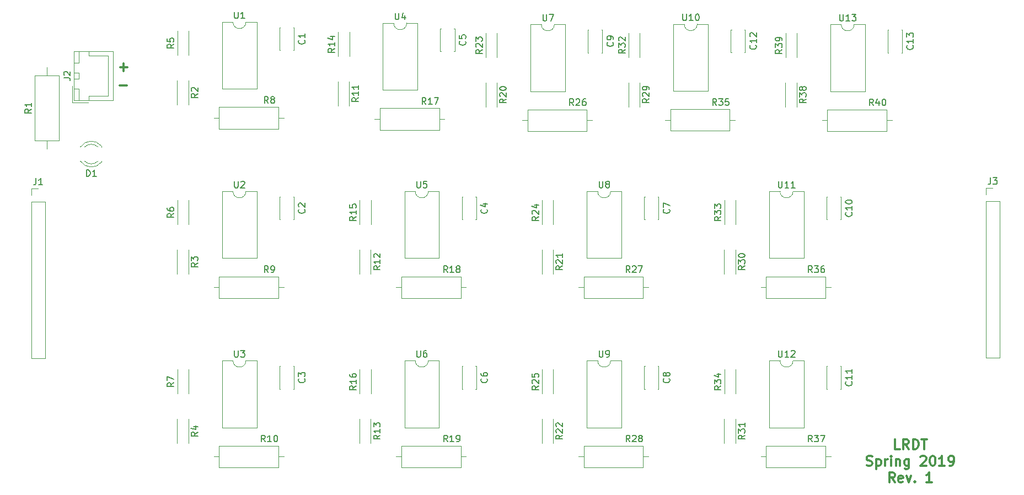
<source format=gto>
G04 #@! TF.FileFunction,Legend,Top*
%FSLAX46Y46*%
G04 Gerber Fmt 4.6, Leading zero omitted, Abs format (unit mm)*
G04 Created by KiCad (PCBNEW 4.0.7) date 02/22/19 22:28:47*
%MOMM*%
%LPD*%
G01*
G04 APERTURE LIST*
%ADD10C,0.100000*%
%ADD11C,0.300000*%
%ADD12C,0.120000*%
%ADD13C,0.150000*%
G04 APERTURE END LIST*
D10*
D11*
X202085618Y-131862111D02*
X201371332Y-131862111D01*
X201371332Y-130362111D01*
X203442761Y-131862111D02*
X202942761Y-131147826D01*
X202585618Y-131862111D02*
X202585618Y-130362111D01*
X203157046Y-130362111D01*
X203299904Y-130433540D01*
X203371332Y-130504969D01*
X203442761Y-130647826D01*
X203442761Y-130862111D01*
X203371332Y-131004969D01*
X203299904Y-131076397D01*
X203157046Y-131147826D01*
X202585618Y-131147826D01*
X204085618Y-131862111D02*
X204085618Y-130362111D01*
X204442761Y-130362111D01*
X204657046Y-130433540D01*
X204799904Y-130576397D01*
X204871332Y-130719254D01*
X204942761Y-131004969D01*
X204942761Y-131219254D01*
X204871332Y-131504969D01*
X204799904Y-131647826D01*
X204657046Y-131790683D01*
X204442761Y-131862111D01*
X204085618Y-131862111D01*
X205371332Y-130362111D02*
X206228475Y-130362111D01*
X205799904Y-131862111D02*
X205799904Y-130362111D01*
X196978475Y-134340683D02*
X197192761Y-134412111D01*
X197549904Y-134412111D01*
X197692761Y-134340683D01*
X197764190Y-134269254D01*
X197835618Y-134126397D01*
X197835618Y-133983540D01*
X197764190Y-133840683D01*
X197692761Y-133769254D01*
X197549904Y-133697826D01*
X197264190Y-133626397D01*
X197121332Y-133554969D01*
X197049904Y-133483540D01*
X196978475Y-133340683D01*
X196978475Y-133197826D01*
X197049904Y-133054969D01*
X197121332Y-132983540D01*
X197264190Y-132912111D01*
X197621332Y-132912111D01*
X197835618Y-132983540D01*
X198478475Y-133412111D02*
X198478475Y-134912111D01*
X198478475Y-133483540D02*
X198621332Y-133412111D01*
X198907046Y-133412111D01*
X199049903Y-133483540D01*
X199121332Y-133554969D01*
X199192761Y-133697826D01*
X199192761Y-134126397D01*
X199121332Y-134269254D01*
X199049903Y-134340683D01*
X198907046Y-134412111D01*
X198621332Y-134412111D01*
X198478475Y-134340683D01*
X199835618Y-134412111D02*
X199835618Y-133412111D01*
X199835618Y-133697826D02*
X199907046Y-133554969D01*
X199978475Y-133483540D01*
X200121332Y-133412111D01*
X200264189Y-133412111D01*
X200764189Y-134412111D02*
X200764189Y-133412111D01*
X200764189Y-132912111D02*
X200692760Y-132983540D01*
X200764189Y-133054969D01*
X200835617Y-132983540D01*
X200764189Y-132912111D01*
X200764189Y-133054969D01*
X201478475Y-133412111D02*
X201478475Y-134412111D01*
X201478475Y-133554969D02*
X201549903Y-133483540D01*
X201692761Y-133412111D01*
X201907046Y-133412111D01*
X202049903Y-133483540D01*
X202121332Y-133626397D01*
X202121332Y-134412111D01*
X203478475Y-133412111D02*
X203478475Y-134626397D01*
X203407046Y-134769254D01*
X203335618Y-134840683D01*
X203192761Y-134912111D01*
X202978475Y-134912111D01*
X202835618Y-134840683D01*
X203478475Y-134340683D02*
X203335618Y-134412111D01*
X203049904Y-134412111D01*
X202907046Y-134340683D01*
X202835618Y-134269254D01*
X202764189Y-134126397D01*
X202764189Y-133697826D01*
X202835618Y-133554969D01*
X202907046Y-133483540D01*
X203049904Y-133412111D01*
X203335618Y-133412111D01*
X203478475Y-133483540D01*
X205264189Y-133054969D02*
X205335618Y-132983540D01*
X205478475Y-132912111D01*
X205835618Y-132912111D01*
X205978475Y-132983540D01*
X206049904Y-133054969D01*
X206121332Y-133197826D01*
X206121332Y-133340683D01*
X206049904Y-133554969D01*
X205192761Y-134412111D01*
X206121332Y-134412111D01*
X207049903Y-132912111D02*
X207192760Y-132912111D01*
X207335617Y-132983540D01*
X207407046Y-133054969D01*
X207478475Y-133197826D01*
X207549903Y-133483540D01*
X207549903Y-133840683D01*
X207478475Y-134126397D01*
X207407046Y-134269254D01*
X207335617Y-134340683D01*
X207192760Y-134412111D01*
X207049903Y-134412111D01*
X206907046Y-134340683D01*
X206835617Y-134269254D01*
X206764189Y-134126397D01*
X206692760Y-133840683D01*
X206692760Y-133483540D01*
X206764189Y-133197826D01*
X206835617Y-133054969D01*
X206907046Y-132983540D01*
X207049903Y-132912111D01*
X208978474Y-134412111D02*
X208121331Y-134412111D01*
X208549903Y-134412111D02*
X208549903Y-132912111D01*
X208407046Y-133126397D01*
X208264188Y-133269254D01*
X208121331Y-133340683D01*
X209692759Y-134412111D02*
X209978474Y-134412111D01*
X210121331Y-134340683D01*
X210192759Y-134269254D01*
X210335617Y-134054969D01*
X210407045Y-133769254D01*
X210407045Y-133197826D01*
X210335617Y-133054969D01*
X210264188Y-132983540D01*
X210121331Y-132912111D01*
X209835617Y-132912111D01*
X209692759Y-132983540D01*
X209621331Y-133054969D01*
X209549902Y-133197826D01*
X209549902Y-133554969D01*
X209621331Y-133697826D01*
X209692759Y-133769254D01*
X209835617Y-133840683D01*
X210121331Y-133840683D01*
X210264188Y-133769254D01*
X210335617Y-133697826D01*
X210407045Y-133554969D01*
X201299904Y-136962111D02*
X200799904Y-136247826D01*
X200442761Y-136962111D02*
X200442761Y-135462111D01*
X201014189Y-135462111D01*
X201157047Y-135533540D01*
X201228475Y-135604969D01*
X201299904Y-135747826D01*
X201299904Y-135962111D01*
X201228475Y-136104969D01*
X201157047Y-136176397D01*
X201014189Y-136247826D01*
X200442761Y-136247826D01*
X202514189Y-136890683D02*
X202371332Y-136962111D01*
X202085618Y-136962111D01*
X201942761Y-136890683D01*
X201871332Y-136747826D01*
X201871332Y-136176397D01*
X201942761Y-136033540D01*
X202085618Y-135962111D01*
X202371332Y-135962111D01*
X202514189Y-136033540D01*
X202585618Y-136176397D01*
X202585618Y-136319254D01*
X201871332Y-136462111D01*
X203085618Y-135962111D02*
X203442761Y-136962111D01*
X203799903Y-135962111D01*
X204371332Y-136819254D02*
X204442760Y-136890683D01*
X204371332Y-136962111D01*
X204299903Y-136890683D01*
X204371332Y-136819254D01*
X204371332Y-136962111D01*
X207014189Y-136962111D02*
X206157046Y-136962111D01*
X206585618Y-136962111D02*
X206585618Y-135462111D01*
X206442761Y-135676397D01*
X206299903Y-135819254D01*
X206157046Y-135890683D01*
X82255432Y-76022663D02*
X83398289Y-76022663D01*
X82344332Y-73236283D02*
X83487189Y-73236283D01*
X82915760Y-73807711D02*
X82915760Y-72664854D01*
D12*
X202437680Y-67465480D02*
X202437680Y-70985480D01*
X200217680Y-67465480D02*
X200217680Y-70985480D01*
X202437680Y-67465480D02*
X202323680Y-67465480D01*
X200331680Y-67465480D02*
X200217680Y-67465480D01*
X202437680Y-70985480D02*
X202323680Y-70985480D01*
X200331680Y-70985480D02*
X200217680Y-70985480D01*
X184546960Y-71732860D02*
X184546960Y-68012860D01*
X186266960Y-71732860D02*
X186266960Y-68012860D01*
X195070900Y-66630240D02*
G75*
G02X193070900Y-66630240I-1000000J0D01*
G01*
X193070900Y-66630240D02*
X191420900Y-66630240D01*
X191420900Y-66630240D02*
X191420900Y-76910240D01*
X191420900Y-76910240D02*
X196720900Y-76910240D01*
X196720900Y-76910240D02*
X196720900Y-66630240D01*
X196720900Y-66630240D02*
X195070900Y-66630240D01*
X186223780Y-75592220D02*
X186223780Y-79312220D01*
X184503780Y-75592220D02*
X184503780Y-79312220D01*
X190946000Y-79713980D02*
X190946000Y-83033980D01*
X190946000Y-83033980D02*
X200066000Y-83033980D01*
X200066000Y-83033980D02*
X200066000Y-79713980D01*
X200066000Y-79713980D02*
X190946000Y-79713980D01*
X190136000Y-81373980D02*
X190946000Y-81373980D01*
X200876000Y-81373980D02*
X200066000Y-81373980D01*
X193047300Y-119112420D02*
X193047300Y-122632420D01*
X190827300Y-119112420D02*
X190827300Y-122632420D01*
X193047300Y-119112420D02*
X192933300Y-119112420D01*
X190941300Y-119112420D02*
X190827300Y-119112420D01*
X193047300Y-122632420D02*
X192933300Y-122632420D01*
X190941300Y-122632420D02*
X190827300Y-122632420D01*
X193047300Y-93112420D02*
X193047300Y-96632420D01*
X190827300Y-93112420D02*
X190827300Y-96632420D01*
X193047300Y-93112420D02*
X192933300Y-93112420D01*
X190941300Y-93112420D02*
X190827300Y-93112420D01*
X193047300Y-96632420D02*
X192933300Y-96632420D01*
X190941300Y-96632420D02*
X190827300Y-96632420D01*
X178343240Y-67432460D02*
X178343240Y-70952460D01*
X176123240Y-67432460D02*
X176123240Y-70952460D01*
X178343240Y-67432460D02*
X178229240Y-67432460D01*
X176237240Y-67432460D02*
X176123240Y-67432460D01*
X178343240Y-70952460D02*
X178229240Y-70952460D01*
X176237240Y-70952460D02*
X176123240Y-70952460D01*
X165047300Y-119112420D02*
X165047300Y-122632420D01*
X162827300Y-119112420D02*
X162827300Y-122632420D01*
X165047300Y-119112420D02*
X164933300Y-119112420D01*
X162941300Y-119112420D02*
X162827300Y-119112420D01*
X165047300Y-122632420D02*
X164933300Y-122632420D01*
X162941300Y-122632420D02*
X162827300Y-122632420D01*
X165047300Y-93112420D02*
X165047300Y-96632420D01*
X162827300Y-93112420D02*
X162827300Y-96632420D01*
X165047300Y-93112420D02*
X164933300Y-93112420D01*
X162941300Y-93112420D02*
X162827300Y-93112420D01*
X165047300Y-96632420D02*
X164933300Y-96632420D01*
X162941300Y-96632420D02*
X162827300Y-96632420D01*
X156401140Y-67462940D02*
X156401140Y-70982940D01*
X154181140Y-67462940D02*
X154181140Y-70982940D01*
X156401140Y-67462940D02*
X156287140Y-67462940D01*
X154295140Y-67462940D02*
X154181140Y-67462940D01*
X156401140Y-70982940D02*
X156287140Y-70982940D01*
X154295140Y-70982940D02*
X154181140Y-70982940D01*
X137047300Y-119112420D02*
X137047300Y-122632420D01*
X134827300Y-119112420D02*
X134827300Y-122632420D01*
X137047300Y-119112420D02*
X136933300Y-119112420D01*
X134941300Y-119112420D02*
X134827300Y-119112420D01*
X137047300Y-122632420D02*
X136933300Y-122632420D01*
X134941300Y-122632420D02*
X134827300Y-122632420D01*
X137047300Y-93112420D02*
X137047300Y-96632420D01*
X134827300Y-93112420D02*
X134827300Y-96632420D01*
X137047300Y-93112420D02*
X136933300Y-93112420D01*
X134941300Y-93112420D02*
X134827300Y-93112420D01*
X137047300Y-96632420D02*
X136933300Y-96632420D01*
X134941300Y-96632420D02*
X134827300Y-96632420D01*
X133727520Y-67280060D02*
X133727520Y-70800060D01*
X131507520Y-67280060D02*
X131507520Y-70800060D01*
X133727520Y-67280060D02*
X133613520Y-67280060D01*
X131621520Y-67280060D02*
X131507520Y-67280060D01*
X133727520Y-70800060D02*
X133613520Y-70800060D01*
X131621520Y-70800060D02*
X131507520Y-70800060D01*
X109047300Y-119112420D02*
X109047300Y-122632420D01*
X106827300Y-119112420D02*
X106827300Y-122632420D01*
X109047300Y-119112420D02*
X108933300Y-119112420D01*
X106941300Y-119112420D02*
X106827300Y-119112420D01*
X109047300Y-122632420D02*
X108933300Y-122632420D01*
X106941300Y-122632420D02*
X106827300Y-122632420D01*
X109047300Y-93112420D02*
X109047300Y-96632420D01*
X106827300Y-93112420D02*
X106827300Y-96632420D01*
X109047300Y-93112420D02*
X108933300Y-93112420D01*
X106941300Y-93112420D02*
X106827300Y-93112420D01*
X109047300Y-96632420D02*
X108933300Y-96632420D01*
X106941300Y-96632420D02*
X106827300Y-96632420D01*
X181555620Y-131360920D02*
X181555620Y-134680920D01*
X181555620Y-134680920D02*
X190675620Y-134680920D01*
X190675620Y-134680920D02*
X190675620Y-131360920D01*
X190675620Y-131360920D02*
X181555620Y-131360920D01*
X180745620Y-133020920D02*
X181555620Y-133020920D01*
X191485620Y-133020920D02*
X190675620Y-133020920D01*
X181555620Y-105360920D02*
X181555620Y-108680920D01*
X181555620Y-108680920D02*
X190675620Y-108680920D01*
X190675620Y-108680920D02*
X190675620Y-105360920D01*
X190675620Y-105360920D02*
X181555620Y-105360920D01*
X180745620Y-107020920D02*
X181555620Y-107020920D01*
X191485620Y-107020920D02*
X190675620Y-107020920D01*
X166851560Y-79680960D02*
X166851560Y-83000960D01*
X166851560Y-83000960D02*
X175971560Y-83000960D01*
X175971560Y-83000960D02*
X175971560Y-79680960D01*
X175971560Y-79680960D02*
X166851560Y-79680960D01*
X166041560Y-81340960D02*
X166851560Y-81340960D01*
X176781560Y-81340960D02*
X175971560Y-81340960D01*
X153555620Y-131360920D02*
X153555620Y-134680920D01*
X153555620Y-134680920D02*
X162675620Y-134680920D01*
X162675620Y-134680920D02*
X162675620Y-131360920D01*
X162675620Y-131360920D02*
X153555620Y-131360920D01*
X152745620Y-133020920D02*
X153555620Y-133020920D01*
X163485620Y-133020920D02*
X162675620Y-133020920D01*
X153555620Y-105360920D02*
X153555620Y-108680920D01*
X153555620Y-108680920D02*
X162675620Y-108680920D01*
X162675620Y-108680920D02*
X162675620Y-105360920D01*
X162675620Y-105360920D02*
X153555620Y-105360920D01*
X152745620Y-107020920D02*
X153555620Y-107020920D01*
X163485620Y-107020920D02*
X162675620Y-107020920D01*
X144909460Y-79711440D02*
X144909460Y-83031440D01*
X144909460Y-83031440D02*
X154029460Y-83031440D01*
X154029460Y-83031440D02*
X154029460Y-79711440D01*
X154029460Y-79711440D02*
X144909460Y-79711440D01*
X144099460Y-81371440D02*
X144909460Y-81371440D01*
X154839460Y-81371440D02*
X154029460Y-81371440D01*
X125555620Y-131360920D02*
X125555620Y-134680920D01*
X125555620Y-134680920D02*
X134675620Y-134680920D01*
X134675620Y-134680920D02*
X134675620Y-131360920D01*
X134675620Y-131360920D02*
X125555620Y-131360920D01*
X124745620Y-133020920D02*
X125555620Y-133020920D01*
X135485620Y-133020920D02*
X134675620Y-133020920D01*
X125555620Y-105360920D02*
X125555620Y-108680920D01*
X125555620Y-108680920D02*
X134675620Y-108680920D01*
X134675620Y-108680920D02*
X134675620Y-105360920D01*
X134675620Y-105360920D02*
X125555620Y-105360920D01*
X124745620Y-107020920D02*
X125555620Y-107020920D01*
X135485620Y-107020920D02*
X134675620Y-107020920D01*
X122235840Y-79528560D02*
X122235840Y-82848560D01*
X122235840Y-82848560D02*
X131355840Y-82848560D01*
X131355840Y-82848560D02*
X131355840Y-79528560D01*
X131355840Y-79528560D02*
X122235840Y-79528560D01*
X121425840Y-81188560D02*
X122235840Y-81188560D01*
X132165840Y-81188560D02*
X131355840Y-81188560D01*
X97555620Y-131360920D02*
X97555620Y-134680920D01*
X97555620Y-134680920D02*
X106675620Y-134680920D01*
X106675620Y-134680920D02*
X106675620Y-131360920D01*
X106675620Y-131360920D02*
X97555620Y-131360920D01*
X96745620Y-133020920D02*
X97555620Y-133020920D01*
X107485620Y-133020920D02*
X106675620Y-133020920D01*
X97555620Y-105360920D02*
X97555620Y-108680920D01*
X97555620Y-108680920D02*
X106675620Y-108680920D01*
X106675620Y-108680920D02*
X106675620Y-105360920D01*
X106675620Y-105360920D02*
X97555620Y-105360920D01*
X96745620Y-107020920D02*
X97555620Y-107020920D01*
X107485620Y-107020920D02*
X106675620Y-107020920D01*
X175156580Y-123379800D02*
X175156580Y-119659800D01*
X176876580Y-123379800D02*
X176876580Y-119659800D01*
X175156580Y-97379800D02*
X175156580Y-93659800D01*
X176876580Y-97379800D02*
X176876580Y-93659800D01*
X160452520Y-71699840D02*
X160452520Y-67979840D01*
X162172520Y-71699840D02*
X162172520Y-67979840D01*
X147156580Y-123379800D02*
X147156580Y-119659800D01*
X148876580Y-123379800D02*
X148876580Y-119659800D01*
X147156580Y-97379800D02*
X147156580Y-93659800D01*
X148876580Y-97379800D02*
X148876580Y-93659800D01*
X138510420Y-71730320D02*
X138510420Y-68010320D01*
X140230420Y-71730320D02*
X140230420Y-68010320D01*
X119156580Y-123379800D02*
X119156580Y-119659800D01*
X120876580Y-123379800D02*
X120876580Y-119659800D01*
X119156580Y-97379800D02*
X119156580Y-93659800D01*
X120876580Y-97379800D02*
X120876580Y-93659800D01*
X115836800Y-71547440D02*
X115836800Y-67827440D01*
X117556800Y-71547440D02*
X117556800Y-67827440D01*
X91156580Y-123379800D02*
X91156580Y-119659800D01*
X92876580Y-123379800D02*
X92876580Y-119659800D01*
X91156580Y-97379800D02*
X91156580Y-93659800D01*
X92876580Y-97379800D02*
X92876580Y-93659800D01*
X185680520Y-118277180D02*
G75*
G02X183680520Y-118277180I-1000000J0D01*
G01*
X183680520Y-118277180D02*
X182030520Y-118277180D01*
X182030520Y-118277180D02*
X182030520Y-128557180D01*
X182030520Y-128557180D02*
X187330520Y-128557180D01*
X187330520Y-128557180D02*
X187330520Y-118277180D01*
X187330520Y-118277180D02*
X185680520Y-118277180D01*
X185680520Y-92277180D02*
G75*
G02X183680520Y-92277180I-1000000J0D01*
G01*
X183680520Y-92277180D02*
X182030520Y-92277180D01*
X182030520Y-92277180D02*
X182030520Y-102557180D01*
X182030520Y-102557180D02*
X187330520Y-102557180D01*
X187330520Y-102557180D02*
X187330520Y-92277180D01*
X187330520Y-92277180D02*
X185680520Y-92277180D01*
X170976460Y-66597220D02*
G75*
G02X168976460Y-66597220I-1000000J0D01*
G01*
X168976460Y-66597220D02*
X167326460Y-66597220D01*
X167326460Y-66597220D02*
X167326460Y-76877220D01*
X167326460Y-76877220D02*
X172626460Y-76877220D01*
X172626460Y-76877220D02*
X172626460Y-66597220D01*
X172626460Y-66597220D02*
X170976460Y-66597220D01*
X157680520Y-118277180D02*
G75*
G02X155680520Y-118277180I-1000000J0D01*
G01*
X155680520Y-118277180D02*
X154030520Y-118277180D01*
X154030520Y-118277180D02*
X154030520Y-128557180D01*
X154030520Y-128557180D02*
X159330520Y-128557180D01*
X159330520Y-128557180D02*
X159330520Y-118277180D01*
X159330520Y-118277180D02*
X157680520Y-118277180D01*
X157680520Y-92277180D02*
G75*
G02X155680520Y-92277180I-1000000J0D01*
G01*
X155680520Y-92277180D02*
X154030520Y-92277180D01*
X154030520Y-92277180D02*
X154030520Y-102557180D01*
X154030520Y-102557180D02*
X159330520Y-102557180D01*
X159330520Y-102557180D02*
X159330520Y-92277180D01*
X159330520Y-92277180D02*
X157680520Y-92277180D01*
X149034360Y-66627700D02*
G75*
G02X147034360Y-66627700I-1000000J0D01*
G01*
X147034360Y-66627700D02*
X145384360Y-66627700D01*
X145384360Y-66627700D02*
X145384360Y-76907700D01*
X145384360Y-76907700D02*
X150684360Y-76907700D01*
X150684360Y-76907700D02*
X150684360Y-66627700D01*
X150684360Y-66627700D02*
X149034360Y-66627700D01*
X129680520Y-118277180D02*
G75*
G02X127680520Y-118277180I-1000000J0D01*
G01*
X127680520Y-118277180D02*
X126030520Y-118277180D01*
X126030520Y-118277180D02*
X126030520Y-128557180D01*
X126030520Y-128557180D02*
X131330520Y-128557180D01*
X131330520Y-128557180D02*
X131330520Y-118277180D01*
X131330520Y-118277180D02*
X129680520Y-118277180D01*
X129680520Y-92277180D02*
G75*
G02X127680520Y-92277180I-1000000J0D01*
G01*
X127680520Y-92277180D02*
X126030520Y-92277180D01*
X126030520Y-92277180D02*
X126030520Y-102557180D01*
X126030520Y-102557180D02*
X131330520Y-102557180D01*
X131330520Y-102557180D02*
X131330520Y-92277180D01*
X131330520Y-92277180D02*
X129680520Y-92277180D01*
X126360740Y-66444820D02*
G75*
G02X124360740Y-66444820I-1000000J0D01*
G01*
X124360740Y-66444820D02*
X122710740Y-66444820D01*
X122710740Y-66444820D02*
X122710740Y-76724820D01*
X122710740Y-76724820D02*
X128010740Y-76724820D01*
X128010740Y-76724820D02*
X128010740Y-66444820D01*
X128010740Y-66444820D02*
X126360740Y-66444820D01*
X101680520Y-118277180D02*
G75*
G02X99680520Y-118277180I-1000000J0D01*
G01*
X99680520Y-118277180D02*
X98030520Y-118277180D01*
X98030520Y-118277180D02*
X98030520Y-128557180D01*
X98030520Y-128557180D02*
X103330520Y-128557180D01*
X103330520Y-128557180D02*
X103330520Y-118277180D01*
X103330520Y-118277180D02*
X101680520Y-118277180D01*
X101680520Y-92277180D02*
G75*
G02X99680520Y-92277180I-1000000J0D01*
G01*
X99680520Y-92277180D02*
X98030520Y-92277180D01*
X98030520Y-92277180D02*
X98030520Y-102557180D01*
X98030520Y-102557180D02*
X103330520Y-102557180D01*
X103330520Y-102557180D02*
X103330520Y-92277180D01*
X103330520Y-92277180D02*
X101680520Y-92277180D01*
X176833400Y-127239160D02*
X176833400Y-130959160D01*
X175113400Y-127239160D02*
X175113400Y-130959160D01*
X176833400Y-101239160D02*
X176833400Y-104959160D01*
X175113400Y-101239160D02*
X175113400Y-104959160D01*
X162129340Y-75559200D02*
X162129340Y-79279200D01*
X160409340Y-75559200D02*
X160409340Y-79279200D01*
X148833400Y-127239160D02*
X148833400Y-130959160D01*
X147113400Y-127239160D02*
X147113400Y-130959160D01*
X148833400Y-101239160D02*
X148833400Y-104959160D01*
X147113400Y-101239160D02*
X147113400Y-104959160D01*
X140187240Y-75589680D02*
X140187240Y-79309680D01*
X138467240Y-75589680D02*
X138467240Y-79309680D01*
X120833400Y-127239160D02*
X120833400Y-130959160D01*
X119113400Y-127239160D02*
X119113400Y-130959160D01*
X120833400Y-101239160D02*
X120833400Y-104959160D01*
X119113400Y-101239160D02*
X119113400Y-104959160D01*
X117513620Y-75406800D02*
X117513620Y-79126800D01*
X115793620Y-75406800D02*
X115793620Y-79126800D01*
X92833400Y-127239160D02*
X92833400Y-130959160D01*
X91113400Y-127239160D02*
X91113400Y-130959160D01*
X92833400Y-101239160D02*
X92833400Y-104959160D01*
X91113400Y-101239160D02*
X91113400Y-104959160D01*
X101680520Y-66277180D02*
G75*
G02X99680520Y-66277180I-1000000J0D01*
G01*
X99680520Y-66277180D02*
X98030520Y-66277180D01*
X98030520Y-66277180D02*
X98030520Y-76557180D01*
X98030520Y-76557180D02*
X103330520Y-76557180D01*
X103330520Y-76557180D02*
X103330520Y-66277180D01*
X103330520Y-66277180D02*
X101680520Y-66277180D01*
X68711260Y-117930000D02*
X70831260Y-117930000D01*
X68711260Y-93870000D02*
X68711260Y-117930000D01*
X70831260Y-93870000D02*
X70831260Y-117930000D01*
X68711260Y-93870000D02*
X70831260Y-93870000D01*
X68711260Y-92870000D02*
X68711260Y-91810000D01*
X68711260Y-91810000D02*
X69771260Y-91810000D01*
X215274340Y-117858900D02*
X217394340Y-117858900D01*
X215274340Y-93798900D02*
X215274340Y-117858900D01*
X217394340Y-93798900D02*
X217394340Y-117858900D01*
X215274340Y-93798900D02*
X217394340Y-93798900D01*
X215274340Y-92798900D02*
X215274340Y-91738900D01*
X215274340Y-91738900D02*
X216334340Y-91738900D01*
X92833400Y-75239160D02*
X92833400Y-78959160D01*
X91113400Y-75239160D02*
X91113400Y-78959160D01*
X91156580Y-71379800D02*
X91156580Y-67659800D01*
X92876580Y-71379800D02*
X92876580Y-67659800D01*
X97555620Y-79360920D02*
X97555620Y-82680920D01*
X97555620Y-82680920D02*
X106675620Y-82680920D01*
X106675620Y-82680920D02*
X106675620Y-79360920D01*
X106675620Y-79360920D02*
X97555620Y-79360920D01*
X96745620Y-81020920D02*
X97555620Y-81020920D01*
X107485620Y-81020920D02*
X106675620Y-81020920D01*
X109047300Y-67112420D02*
X109047300Y-70632420D01*
X106827300Y-67112420D02*
X106827300Y-70632420D01*
X109047300Y-67112420D02*
X108933300Y-67112420D01*
X106941300Y-67112420D02*
X106827300Y-67112420D01*
X109047300Y-70632420D02*
X108933300Y-70632420D01*
X106941300Y-70632420D02*
X106827300Y-70632420D01*
X76262485Y-87636728D02*
G75*
G03X79494820Y-87793636I1672335J1078608D01*
G01*
X76262485Y-85479512D02*
G75*
G02X79494820Y-85322604I1672335J-1078608D01*
G01*
X76893690Y-87637957D02*
G75*
G03X78975781Y-87638120I1041130J1079837D01*
G01*
X76893690Y-85478283D02*
G75*
G02X78975781Y-85478120I1041130J-1079837D01*
G01*
X79494820Y-87794120D02*
X79494820Y-87638120D01*
X79494820Y-85478120D02*
X79494820Y-85322120D01*
X75296860Y-78336620D02*
X81246860Y-78336620D01*
X81246860Y-78336620D02*
X81246860Y-70736620D01*
X81246860Y-70736620D02*
X75296860Y-70736620D01*
X75296860Y-70736620D02*
X75296860Y-78336620D01*
X75296860Y-75036620D02*
X76046860Y-75036620D01*
X76046860Y-75036620D02*
X76046860Y-74036620D01*
X76046860Y-74036620D02*
X75296860Y-74036620D01*
X75296860Y-74036620D02*
X75296860Y-75036620D01*
X75296860Y-78336620D02*
X76046860Y-78336620D01*
X76046860Y-78336620D02*
X76046860Y-76536620D01*
X76046860Y-76536620D02*
X75296860Y-76536620D01*
X75296860Y-76536620D02*
X75296860Y-78336620D01*
X75296860Y-72536620D02*
X76046860Y-72536620D01*
X76046860Y-72536620D02*
X76046860Y-70736620D01*
X76046860Y-70736620D02*
X75296860Y-70736620D01*
X75296860Y-70736620D02*
X75296860Y-72536620D01*
X77546860Y-78336620D02*
X77546860Y-77586620D01*
X77546860Y-77586620D02*
X80496860Y-77586620D01*
X80496860Y-77586620D02*
X80496860Y-74536620D01*
X77546860Y-70736620D02*
X77546860Y-71486620D01*
X77546860Y-71486620D02*
X80496860Y-71486620D01*
X80496860Y-71486620D02*
X80496860Y-74536620D01*
X74996860Y-76136620D02*
X74996860Y-78636620D01*
X74996860Y-78636620D02*
X77496860Y-78636620D01*
X69285400Y-84484060D02*
X73005400Y-84484060D01*
X73005400Y-84484060D02*
X73005400Y-74464060D01*
X73005400Y-74464060D02*
X69285400Y-74464060D01*
X69285400Y-74464060D02*
X69285400Y-84484060D01*
X71145400Y-85714060D02*
X71145400Y-84484060D01*
X71145400Y-73234060D02*
X71145400Y-74464060D01*
D13*
X204044823Y-69868337D02*
X204092442Y-69915956D01*
X204140061Y-70058813D01*
X204140061Y-70154051D01*
X204092442Y-70296909D01*
X203997204Y-70392147D01*
X203901966Y-70439766D01*
X203711490Y-70487385D01*
X203568632Y-70487385D01*
X203378156Y-70439766D01*
X203282918Y-70392147D01*
X203187680Y-70296909D01*
X203140061Y-70154051D01*
X203140061Y-70058813D01*
X203187680Y-69915956D01*
X203235299Y-69868337D01*
X204140061Y-68915956D02*
X204140061Y-69487385D01*
X204140061Y-69201671D02*
X203140061Y-69201671D01*
X203282918Y-69296909D01*
X203378156Y-69392147D01*
X203425775Y-69487385D01*
X203140061Y-68582623D02*
X203140061Y-67963575D01*
X203521013Y-68296909D01*
X203521013Y-68154051D01*
X203568632Y-68058813D01*
X203616251Y-68011194D01*
X203711490Y-67963575D01*
X203949585Y-67963575D01*
X204044823Y-68011194D01*
X204092442Y-68058813D01*
X204140061Y-68154051D01*
X204140061Y-68439766D01*
X204092442Y-68535004D01*
X204044823Y-68582623D01*
X183999341Y-70515717D02*
X183523150Y-70849051D01*
X183999341Y-71087146D02*
X182999341Y-71087146D01*
X182999341Y-70706193D01*
X183046960Y-70610955D01*
X183094579Y-70563336D01*
X183189817Y-70515717D01*
X183332674Y-70515717D01*
X183427912Y-70563336D01*
X183475531Y-70610955D01*
X183523150Y-70706193D01*
X183523150Y-71087146D01*
X182999341Y-70182384D02*
X182999341Y-69563336D01*
X183380293Y-69896670D01*
X183380293Y-69753812D01*
X183427912Y-69658574D01*
X183475531Y-69610955D01*
X183570770Y-69563336D01*
X183808865Y-69563336D01*
X183904103Y-69610955D01*
X183951722Y-69658574D01*
X183999341Y-69753812D01*
X183999341Y-70039527D01*
X183951722Y-70134765D01*
X183904103Y-70182384D01*
X183999341Y-69087146D02*
X183999341Y-68896670D01*
X183951722Y-68801431D01*
X183904103Y-68753812D01*
X183761246Y-68658574D01*
X183570770Y-68610955D01*
X183189817Y-68610955D01*
X183094579Y-68658574D01*
X183046960Y-68706193D01*
X182999341Y-68801431D01*
X182999341Y-68991908D01*
X183046960Y-69087146D01*
X183094579Y-69134765D01*
X183189817Y-69182384D01*
X183427912Y-69182384D01*
X183523150Y-69134765D01*
X183570770Y-69087146D01*
X183618389Y-68991908D01*
X183618389Y-68801431D01*
X183570770Y-68706193D01*
X183523150Y-68658574D01*
X183427912Y-68610955D01*
X192832805Y-65082621D02*
X192832805Y-65892145D01*
X192880424Y-65987383D01*
X192928043Y-66035002D01*
X193023281Y-66082621D01*
X193213758Y-66082621D01*
X193308996Y-66035002D01*
X193356615Y-65987383D01*
X193404234Y-65892145D01*
X193404234Y-65082621D01*
X194404234Y-66082621D02*
X193832805Y-66082621D01*
X194118519Y-66082621D02*
X194118519Y-65082621D01*
X194023281Y-65225478D01*
X193928043Y-65320716D01*
X193832805Y-65368335D01*
X194737567Y-65082621D02*
X195356615Y-65082621D01*
X195023281Y-65463573D01*
X195166139Y-65463573D01*
X195261377Y-65511192D01*
X195308996Y-65558811D01*
X195356615Y-65654050D01*
X195356615Y-65892145D01*
X195308996Y-65987383D01*
X195261377Y-66035002D01*
X195166139Y-66082621D01*
X194880424Y-66082621D01*
X194785186Y-66035002D01*
X194737567Y-65987383D01*
X187676161Y-78095077D02*
X187199970Y-78428411D01*
X187676161Y-78666506D02*
X186676161Y-78666506D01*
X186676161Y-78285553D01*
X186723780Y-78190315D01*
X186771399Y-78142696D01*
X186866637Y-78095077D01*
X187009494Y-78095077D01*
X187104732Y-78142696D01*
X187152351Y-78190315D01*
X187199970Y-78285553D01*
X187199970Y-78666506D01*
X186676161Y-77761744D02*
X186676161Y-77142696D01*
X187057113Y-77476030D01*
X187057113Y-77333172D01*
X187104732Y-77237934D01*
X187152351Y-77190315D01*
X187247590Y-77142696D01*
X187485685Y-77142696D01*
X187580923Y-77190315D01*
X187628542Y-77237934D01*
X187676161Y-77333172D01*
X187676161Y-77618887D01*
X187628542Y-77714125D01*
X187580923Y-77761744D01*
X187104732Y-76571268D02*
X187057113Y-76666506D01*
X187009494Y-76714125D01*
X186914256Y-76761744D01*
X186866637Y-76761744D01*
X186771399Y-76714125D01*
X186723780Y-76666506D01*
X186676161Y-76571268D01*
X186676161Y-76380791D01*
X186723780Y-76285553D01*
X186771399Y-76237934D01*
X186866637Y-76190315D01*
X186914256Y-76190315D01*
X187009494Y-76237934D01*
X187057113Y-76285553D01*
X187104732Y-76380791D01*
X187104732Y-76571268D01*
X187152351Y-76666506D01*
X187199970Y-76714125D01*
X187295209Y-76761744D01*
X187485685Y-76761744D01*
X187580923Y-76714125D01*
X187628542Y-76666506D01*
X187676161Y-76571268D01*
X187676161Y-76380791D01*
X187628542Y-76285553D01*
X187580923Y-76237934D01*
X187485685Y-76190315D01*
X187295209Y-76190315D01*
X187199970Y-76237934D01*
X187152351Y-76285553D01*
X187104732Y-76380791D01*
X198020363Y-79093321D02*
X197687029Y-78617130D01*
X197448934Y-79093321D02*
X197448934Y-78093321D01*
X197829887Y-78093321D01*
X197925125Y-78140940D01*
X197972744Y-78188559D01*
X198020363Y-78283797D01*
X198020363Y-78426654D01*
X197972744Y-78521892D01*
X197925125Y-78569511D01*
X197829887Y-78617130D01*
X197448934Y-78617130D01*
X198877506Y-78426654D02*
X198877506Y-79093321D01*
X198639410Y-78045702D02*
X198401315Y-78759988D01*
X199020363Y-78759988D01*
X199591791Y-78093321D02*
X199687030Y-78093321D01*
X199782268Y-78140940D01*
X199829887Y-78188559D01*
X199877506Y-78283797D01*
X199925125Y-78474273D01*
X199925125Y-78712369D01*
X199877506Y-78902845D01*
X199829887Y-78998083D01*
X199782268Y-79045702D01*
X199687030Y-79093321D01*
X199591791Y-79093321D01*
X199496553Y-79045702D01*
X199448934Y-78998083D01*
X199401315Y-78902845D01*
X199353696Y-78712369D01*
X199353696Y-78474273D01*
X199401315Y-78283797D01*
X199448934Y-78188559D01*
X199496553Y-78140940D01*
X199591791Y-78093321D01*
X194654443Y-121515277D02*
X194702062Y-121562896D01*
X194749681Y-121705753D01*
X194749681Y-121800991D01*
X194702062Y-121943849D01*
X194606824Y-122039087D01*
X194511586Y-122086706D01*
X194321110Y-122134325D01*
X194178252Y-122134325D01*
X193987776Y-122086706D01*
X193892538Y-122039087D01*
X193797300Y-121943849D01*
X193749681Y-121800991D01*
X193749681Y-121705753D01*
X193797300Y-121562896D01*
X193844919Y-121515277D01*
X194749681Y-120562896D02*
X194749681Y-121134325D01*
X194749681Y-120848611D02*
X193749681Y-120848611D01*
X193892538Y-120943849D01*
X193987776Y-121039087D01*
X194035395Y-121134325D01*
X194749681Y-119610515D02*
X194749681Y-120181944D01*
X194749681Y-119896230D02*
X193749681Y-119896230D01*
X193892538Y-119991468D01*
X193987776Y-120086706D01*
X194035395Y-120181944D01*
X194654443Y-95515277D02*
X194702062Y-95562896D01*
X194749681Y-95705753D01*
X194749681Y-95800991D01*
X194702062Y-95943849D01*
X194606824Y-96039087D01*
X194511586Y-96086706D01*
X194321110Y-96134325D01*
X194178252Y-96134325D01*
X193987776Y-96086706D01*
X193892538Y-96039087D01*
X193797300Y-95943849D01*
X193749681Y-95800991D01*
X193749681Y-95705753D01*
X193797300Y-95562896D01*
X193844919Y-95515277D01*
X194749681Y-94562896D02*
X194749681Y-95134325D01*
X194749681Y-94848611D02*
X193749681Y-94848611D01*
X193892538Y-94943849D01*
X193987776Y-95039087D01*
X194035395Y-95134325D01*
X193749681Y-93943849D02*
X193749681Y-93848610D01*
X193797300Y-93753372D01*
X193844919Y-93705753D01*
X193940157Y-93658134D01*
X194130633Y-93610515D01*
X194368729Y-93610515D01*
X194559205Y-93658134D01*
X194654443Y-93705753D01*
X194702062Y-93753372D01*
X194749681Y-93848610D01*
X194749681Y-93943849D01*
X194702062Y-94039087D01*
X194654443Y-94086706D01*
X194559205Y-94134325D01*
X194368729Y-94181944D01*
X194130633Y-94181944D01*
X193940157Y-94134325D01*
X193844919Y-94086706D01*
X193797300Y-94039087D01*
X193749681Y-93943849D01*
X179950383Y-69835317D02*
X179998002Y-69882936D01*
X180045621Y-70025793D01*
X180045621Y-70121031D01*
X179998002Y-70263889D01*
X179902764Y-70359127D01*
X179807526Y-70406746D01*
X179617050Y-70454365D01*
X179474192Y-70454365D01*
X179283716Y-70406746D01*
X179188478Y-70359127D01*
X179093240Y-70263889D01*
X179045621Y-70121031D01*
X179045621Y-70025793D01*
X179093240Y-69882936D01*
X179140859Y-69835317D01*
X180045621Y-68882936D02*
X180045621Y-69454365D01*
X180045621Y-69168651D02*
X179045621Y-69168651D01*
X179188478Y-69263889D01*
X179283716Y-69359127D01*
X179331335Y-69454365D01*
X179140859Y-68501984D02*
X179093240Y-68454365D01*
X179045621Y-68359127D01*
X179045621Y-68121031D01*
X179093240Y-68025793D01*
X179140859Y-67978174D01*
X179236097Y-67930555D01*
X179331335Y-67930555D01*
X179474192Y-67978174D01*
X180045621Y-68549603D01*
X180045621Y-67930555D01*
X166654443Y-121039086D02*
X166702062Y-121086705D01*
X166749681Y-121229562D01*
X166749681Y-121324800D01*
X166702062Y-121467658D01*
X166606824Y-121562896D01*
X166511586Y-121610515D01*
X166321110Y-121658134D01*
X166178252Y-121658134D01*
X165987776Y-121610515D01*
X165892538Y-121562896D01*
X165797300Y-121467658D01*
X165749681Y-121324800D01*
X165749681Y-121229562D01*
X165797300Y-121086705D01*
X165844919Y-121039086D01*
X166178252Y-120467658D02*
X166130633Y-120562896D01*
X166083014Y-120610515D01*
X165987776Y-120658134D01*
X165940157Y-120658134D01*
X165844919Y-120610515D01*
X165797300Y-120562896D01*
X165749681Y-120467658D01*
X165749681Y-120277181D01*
X165797300Y-120181943D01*
X165844919Y-120134324D01*
X165940157Y-120086705D01*
X165987776Y-120086705D01*
X166083014Y-120134324D01*
X166130633Y-120181943D01*
X166178252Y-120277181D01*
X166178252Y-120467658D01*
X166225871Y-120562896D01*
X166273490Y-120610515D01*
X166368729Y-120658134D01*
X166559205Y-120658134D01*
X166654443Y-120610515D01*
X166702062Y-120562896D01*
X166749681Y-120467658D01*
X166749681Y-120277181D01*
X166702062Y-120181943D01*
X166654443Y-120134324D01*
X166559205Y-120086705D01*
X166368729Y-120086705D01*
X166273490Y-120134324D01*
X166225871Y-120181943D01*
X166178252Y-120277181D01*
X166654443Y-95039086D02*
X166702062Y-95086705D01*
X166749681Y-95229562D01*
X166749681Y-95324800D01*
X166702062Y-95467658D01*
X166606824Y-95562896D01*
X166511586Y-95610515D01*
X166321110Y-95658134D01*
X166178252Y-95658134D01*
X165987776Y-95610515D01*
X165892538Y-95562896D01*
X165797300Y-95467658D01*
X165749681Y-95324800D01*
X165749681Y-95229562D01*
X165797300Y-95086705D01*
X165844919Y-95039086D01*
X165749681Y-94705753D02*
X165749681Y-94039086D01*
X166749681Y-94467658D01*
X158008283Y-69389606D02*
X158055902Y-69437225D01*
X158103521Y-69580082D01*
X158103521Y-69675320D01*
X158055902Y-69818178D01*
X157960664Y-69913416D01*
X157865426Y-69961035D01*
X157674950Y-70008654D01*
X157532092Y-70008654D01*
X157341616Y-69961035D01*
X157246378Y-69913416D01*
X157151140Y-69818178D01*
X157103521Y-69675320D01*
X157103521Y-69580082D01*
X157151140Y-69437225D01*
X157198759Y-69389606D01*
X158103521Y-68913416D02*
X158103521Y-68722940D01*
X158055902Y-68627701D01*
X158008283Y-68580082D01*
X157865426Y-68484844D01*
X157674950Y-68437225D01*
X157293997Y-68437225D01*
X157198759Y-68484844D01*
X157151140Y-68532463D01*
X157103521Y-68627701D01*
X157103521Y-68818178D01*
X157151140Y-68913416D01*
X157198759Y-68961035D01*
X157293997Y-69008654D01*
X157532092Y-69008654D01*
X157627330Y-68961035D01*
X157674950Y-68913416D01*
X157722569Y-68818178D01*
X157722569Y-68627701D01*
X157674950Y-68532463D01*
X157627330Y-68484844D01*
X157532092Y-68437225D01*
X138654443Y-121039086D02*
X138702062Y-121086705D01*
X138749681Y-121229562D01*
X138749681Y-121324800D01*
X138702062Y-121467658D01*
X138606824Y-121562896D01*
X138511586Y-121610515D01*
X138321110Y-121658134D01*
X138178252Y-121658134D01*
X137987776Y-121610515D01*
X137892538Y-121562896D01*
X137797300Y-121467658D01*
X137749681Y-121324800D01*
X137749681Y-121229562D01*
X137797300Y-121086705D01*
X137844919Y-121039086D01*
X137749681Y-120181943D02*
X137749681Y-120372420D01*
X137797300Y-120467658D01*
X137844919Y-120515277D01*
X137987776Y-120610515D01*
X138178252Y-120658134D01*
X138559205Y-120658134D01*
X138654443Y-120610515D01*
X138702062Y-120562896D01*
X138749681Y-120467658D01*
X138749681Y-120277181D01*
X138702062Y-120181943D01*
X138654443Y-120134324D01*
X138559205Y-120086705D01*
X138321110Y-120086705D01*
X138225871Y-120134324D01*
X138178252Y-120181943D01*
X138130633Y-120277181D01*
X138130633Y-120467658D01*
X138178252Y-120562896D01*
X138225871Y-120610515D01*
X138321110Y-120658134D01*
X138654443Y-95039086D02*
X138702062Y-95086705D01*
X138749681Y-95229562D01*
X138749681Y-95324800D01*
X138702062Y-95467658D01*
X138606824Y-95562896D01*
X138511586Y-95610515D01*
X138321110Y-95658134D01*
X138178252Y-95658134D01*
X137987776Y-95610515D01*
X137892538Y-95562896D01*
X137797300Y-95467658D01*
X137749681Y-95324800D01*
X137749681Y-95229562D01*
X137797300Y-95086705D01*
X137844919Y-95039086D01*
X138083014Y-94181943D02*
X138749681Y-94181943D01*
X137702062Y-94420039D02*
X138416348Y-94658134D01*
X138416348Y-94039086D01*
X135334663Y-69206726D02*
X135382282Y-69254345D01*
X135429901Y-69397202D01*
X135429901Y-69492440D01*
X135382282Y-69635298D01*
X135287044Y-69730536D01*
X135191806Y-69778155D01*
X135001330Y-69825774D01*
X134858472Y-69825774D01*
X134667996Y-69778155D01*
X134572758Y-69730536D01*
X134477520Y-69635298D01*
X134429901Y-69492440D01*
X134429901Y-69397202D01*
X134477520Y-69254345D01*
X134525139Y-69206726D01*
X134429901Y-68301964D02*
X134429901Y-68778155D01*
X134906091Y-68825774D01*
X134858472Y-68778155D01*
X134810853Y-68682917D01*
X134810853Y-68444821D01*
X134858472Y-68349583D01*
X134906091Y-68301964D01*
X135001330Y-68254345D01*
X135239425Y-68254345D01*
X135334663Y-68301964D01*
X135382282Y-68349583D01*
X135429901Y-68444821D01*
X135429901Y-68682917D01*
X135382282Y-68778155D01*
X135334663Y-68825774D01*
X110654443Y-121039086D02*
X110702062Y-121086705D01*
X110749681Y-121229562D01*
X110749681Y-121324800D01*
X110702062Y-121467658D01*
X110606824Y-121562896D01*
X110511586Y-121610515D01*
X110321110Y-121658134D01*
X110178252Y-121658134D01*
X109987776Y-121610515D01*
X109892538Y-121562896D01*
X109797300Y-121467658D01*
X109749681Y-121324800D01*
X109749681Y-121229562D01*
X109797300Y-121086705D01*
X109844919Y-121039086D01*
X109749681Y-120705753D02*
X109749681Y-120086705D01*
X110130633Y-120420039D01*
X110130633Y-120277181D01*
X110178252Y-120181943D01*
X110225871Y-120134324D01*
X110321110Y-120086705D01*
X110559205Y-120086705D01*
X110654443Y-120134324D01*
X110702062Y-120181943D01*
X110749681Y-120277181D01*
X110749681Y-120562896D01*
X110702062Y-120658134D01*
X110654443Y-120705753D01*
X110654443Y-95039086D02*
X110702062Y-95086705D01*
X110749681Y-95229562D01*
X110749681Y-95324800D01*
X110702062Y-95467658D01*
X110606824Y-95562896D01*
X110511586Y-95610515D01*
X110321110Y-95658134D01*
X110178252Y-95658134D01*
X109987776Y-95610515D01*
X109892538Y-95562896D01*
X109797300Y-95467658D01*
X109749681Y-95324800D01*
X109749681Y-95229562D01*
X109797300Y-95086705D01*
X109844919Y-95039086D01*
X109844919Y-94658134D02*
X109797300Y-94610515D01*
X109749681Y-94515277D01*
X109749681Y-94277181D01*
X109797300Y-94181943D01*
X109844919Y-94134324D01*
X109940157Y-94086705D01*
X110035395Y-94086705D01*
X110178252Y-94134324D01*
X110749681Y-94705753D01*
X110749681Y-94086705D01*
X188629983Y-130740261D02*
X188296649Y-130264070D01*
X188058554Y-130740261D02*
X188058554Y-129740261D01*
X188439507Y-129740261D01*
X188534745Y-129787880D01*
X188582364Y-129835499D01*
X188629983Y-129930737D01*
X188629983Y-130073594D01*
X188582364Y-130168832D01*
X188534745Y-130216451D01*
X188439507Y-130264070D01*
X188058554Y-130264070D01*
X188963316Y-129740261D02*
X189582364Y-129740261D01*
X189249030Y-130121213D01*
X189391888Y-130121213D01*
X189487126Y-130168832D01*
X189534745Y-130216451D01*
X189582364Y-130311690D01*
X189582364Y-130549785D01*
X189534745Y-130645023D01*
X189487126Y-130692642D01*
X189391888Y-130740261D01*
X189106173Y-130740261D01*
X189010935Y-130692642D01*
X188963316Y-130645023D01*
X189915697Y-129740261D02*
X190582364Y-129740261D01*
X190153792Y-130740261D01*
X188629983Y-104740261D02*
X188296649Y-104264070D01*
X188058554Y-104740261D02*
X188058554Y-103740261D01*
X188439507Y-103740261D01*
X188534745Y-103787880D01*
X188582364Y-103835499D01*
X188629983Y-103930737D01*
X188629983Y-104073594D01*
X188582364Y-104168832D01*
X188534745Y-104216451D01*
X188439507Y-104264070D01*
X188058554Y-104264070D01*
X188963316Y-103740261D02*
X189582364Y-103740261D01*
X189249030Y-104121213D01*
X189391888Y-104121213D01*
X189487126Y-104168832D01*
X189534745Y-104216451D01*
X189582364Y-104311690D01*
X189582364Y-104549785D01*
X189534745Y-104645023D01*
X189487126Y-104692642D01*
X189391888Y-104740261D01*
X189106173Y-104740261D01*
X189010935Y-104692642D01*
X188963316Y-104645023D01*
X190439507Y-103740261D02*
X190249030Y-103740261D01*
X190153792Y-103787880D01*
X190106173Y-103835499D01*
X190010935Y-103978356D01*
X189963316Y-104168832D01*
X189963316Y-104549785D01*
X190010935Y-104645023D01*
X190058554Y-104692642D01*
X190153792Y-104740261D01*
X190344269Y-104740261D01*
X190439507Y-104692642D01*
X190487126Y-104645023D01*
X190534745Y-104549785D01*
X190534745Y-104311690D01*
X190487126Y-104216451D01*
X190439507Y-104168832D01*
X190344269Y-104121213D01*
X190153792Y-104121213D01*
X190058554Y-104168832D01*
X190010935Y-104216451D01*
X189963316Y-104311690D01*
X173925923Y-79060301D02*
X173592589Y-78584110D01*
X173354494Y-79060301D02*
X173354494Y-78060301D01*
X173735447Y-78060301D01*
X173830685Y-78107920D01*
X173878304Y-78155539D01*
X173925923Y-78250777D01*
X173925923Y-78393634D01*
X173878304Y-78488872D01*
X173830685Y-78536491D01*
X173735447Y-78584110D01*
X173354494Y-78584110D01*
X174259256Y-78060301D02*
X174878304Y-78060301D01*
X174544970Y-78441253D01*
X174687828Y-78441253D01*
X174783066Y-78488872D01*
X174830685Y-78536491D01*
X174878304Y-78631730D01*
X174878304Y-78869825D01*
X174830685Y-78965063D01*
X174783066Y-79012682D01*
X174687828Y-79060301D01*
X174402113Y-79060301D01*
X174306875Y-79012682D01*
X174259256Y-78965063D01*
X175783066Y-78060301D02*
X175306875Y-78060301D01*
X175259256Y-78536491D01*
X175306875Y-78488872D01*
X175402113Y-78441253D01*
X175640209Y-78441253D01*
X175735447Y-78488872D01*
X175783066Y-78536491D01*
X175830685Y-78631730D01*
X175830685Y-78869825D01*
X175783066Y-78965063D01*
X175735447Y-79012682D01*
X175640209Y-79060301D01*
X175402113Y-79060301D01*
X175306875Y-79012682D01*
X175259256Y-78965063D01*
X160629983Y-130740261D02*
X160296649Y-130264070D01*
X160058554Y-130740261D02*
X160058554Y-129740261D01*
X160439507Y-129740261D01*
X160534745Y-129787880D01*
X160582364Y-129835499D01*
X160629983Y-129930737D01*
X160629983Y-130073594D01*
X160582364Y-130168832D01*
X160534745Y-130216451D01*
X160439507Y-130264070D01*
X160058554Y-130264070D01*
X161010935Y-129835499D02*
X161058554Y-129787880D01*
X161153792Y-129740261D01*
X161391888Y-129740261D01*
X161487126Y-129787880D01*
X161534745Y-129835499D01*
X161582364Y-129930737D01*
X161582364Y-130025975D01*
X161534745Y-130168832D01*
X160963316Y-130740261D01*
X161582364Y-130740261D01*
X162153792Y-130168832D02*
X162058554Y-130121213D01*
X162010935Y-130073594D01*
X161963316Y-129978356D01*
X161963316Y-129930737D01*
X162010935Y-129835499D01*
X162058554Y-129787880D01*
X162153792Y-129740261D01*
X162344269Y-129740261D01*
X162439507Y-129787880D01*
X162487126Y-129835499D01*
X162534745Y-129930737D01*
X162534745Y-129978356D01*
X162487126Y-130073594D01*
X162439507Y-130121213D01*
X162344269Y-130168832D01*
X162153792Y-130168832D01*
X162058554Y-130216451D01*
X162010935Y-130264070D01*
X161963316Y-130359309D01*
X161963316Y-130549785D01*
X162010935Y-130645023D01*
X162058554Y-130692642D01*
X162153792Y-130740261D01*
X162344269Y-130740261D01*
X162439507Y-130692642D01*
X162487126Y-130645023D01*
X162534745Y-130549785D01*
X162534745Y-130359309D01*
X162487126Y-130264070D01*
X162439507Y-130216451D01*
X162344269Y-130168832D01*
X160629983Y-104740261D02*
X160296649Y-104264070D01*
X160058554Y-104740261D02*
X160058554Y-103740261D01*
X160439507Y-103740261D01*
X160534745Y-103787880D01*
X160582364Y-103835499D01*
X160629983Y-103930737D01*
X160629983Y-104073594D01*
X160582364Y-104168832D01*
X160534745Y-104216451D01*
X160439507Y-104264070D01*
X160058554Y-104264070D01*
X161010935Y-103835499D02*
X161058554Y-103787880D01*
X161153792Y-103740261D01*
X161391888Y-103740261D01*
X161487126Y-103787880D01*
X161534745Y-103835499D01*
X161582364Y-103930737D01*
X161582364Y-104025975D01*
X161534745Y-104168832D01*
X160963316Y-104740261D01*
X161582364Y-104740261D01*
X161915697Y-103740261D02*
X162582364Y-103740261D01*
X162153792Y-104740261D01*
X151983823Y-79090781D02*
X151650489Y-78614590D01*
X151412394Y-79090781D02*
X151412394Y-78090781D01*
X151793347Y-78090781D01*
X151888585Y-78138400D01*
X151936204Y-78186019D01*
X151983823Y-78281257D01*
X151983823Y-78424114D01*
X151936204Y-78519352D01*
X151888585Y-78566971D01*
X151793347Y-78614590D01*
X151412394Y-78614590D01*
X152364775Y-78186019D02*
X152412394Y-78138400D01*
X152507632Y-78090781D01*
X152745728Y-78090781D01*
X152840966Y-78138400D01*
X152888585Y-78186019D01*
X152936204Y-78281257D01*
X152936204Y-78376495D01*
X152888585Y-78519352D01*
X152317156Y-79090781D01*
X152936204Y-79090781D01*
X153793347Y-78090781D02*
X153602870Y-78090781D01*
X153507632Y-78138400D01*
X153460013Y-78186019D01*
X153364775Y-78328876D01*
X153317156Y-78519352D01*
X153317156Y-78900305D01*
X153364775Y-78995543D01*
X153412394Y-79043162D01*
X153507632Y-79090781D01*
X153698109Y-79090781D01*
X153793347Y-79043162D01*
X153840966Y-78995543D01*
X153888585Y-78900305D01*
X153888585Y-78662210D01*
X153840966Y-78566971D01*
X153793347Y-78519352D01*
X153698109Y-78471733D01*
X153507632Y-78471733D01*
X153412394Y-78519352D01*
X153364775Y-78566971D01*
X153317156Y-78662210D01*
X132629983Y-130740261D02*
X132296649Y-130264070D01*
X132058554Y-130740261D02*
X132058554Y-129740261D01*
X132439507Y-129740261D01*
X132534745Y-129787880D01*
X132582364Y-129835499D01*
X132629983Y-129930737D01*
X132629983Y-130073594D01*
X132582364Y-130168832D01*
X132534745Y-130216451D01*
X132439507Y-130264070D01*
X132058554Y-130264070D01*
X133582364Y-130740261D02*
X133010935Y-130740261D01*
X133296649Y-130740261D02*
X133296649Y-129740261D01*
X133201411Y-129883118D01*
X133106173Y-129978356D01*
X133010935Y-130025975D01*
X134058554Y-130740261D02*
X134249030Y-130740261D01*
X134344269Y-130692642D01*
X134391888Y-130645023D01*
X134487126Y-130502166D01*
X134534745Y-130311690D01*
X134534745Y-129930737D01*
X134487126Y-129835499D01*
X134439507Y-129787880D01*
X134344269Y-129740261D01*
X134153792Y-129740261D01*
X134058554Y-129787880D01*
X134010935Y-129835499D01*
X133963316Y-129930737D01*
X133963316Y-130168832D01*
X134010935Y-130264070D01*
X134058554Y-130311690D01*
X134153792Y-130359309D01*
X134344269Y-130359309D01*
X134439507Y-130311690D01*
X134487126Y-130264070D01*
X134534745Y-130168832D01*
X132629983Y-104740261D02*
X132296649Y-104264070D01*
X132058554Y-104740261D02*
X132058554Y-103740261D01*
X132439507Y-103740261D01*
X132534745Y-103787880D01*
X132582364Y-103835499D01*
X132629983Y-103930737D01*
X132629983Y-104073594D01*
X132582364Y-104168832D01*
X132534745Y-104216451D01*
X132439507Y-104264070D01*
X132058554Y-104264070D01*
X133582364Y-104740261D02*
X133010935Y-104740261D01*
X133296649Y-104740261D02*
X133296649Y-103740261D01*
X133201411Y-103883118D01*
X133106173Y-103978356D01*
X133010935Y-104025975D01*
X134153792Y-104168832D02*
X134058554Y-104121213D01*
X134010935Y-104073594D01*
X133963316Y-103978356D01*
X133963316Y-103930737D01*
X134010935Y-103835499D01*
X134058554Y-103787880D01*
X134153792Y-103740261D01*
X134344269Y-103740261D01*
X134439507Y-103787880D01*
X134487126Y-103835499D01*
X134534745Y-103930737D01*
X134534745Y-103978356D01*
X134487126Y-104073594D01*
X134439507Y-104121213D01*
X134344269Y-104168832D01*
X134153792Y-104168832D01*
X134058554Y-104216451D01*
X134010935Y-104264070D01*
X133963316Y-104359309D01*
X133963316Y-104549785D01*
X134010935Y-104645023D01*
X134058554Y-104692642D01*
X134153792Y-104740261D01*
X134344269Y-104740261D01*
X134439507Y-104692642D01*
X134487126Y-104645023D01*
X134534745Y-104549785D01*
X134534745Y-104359309D01*
X134487126Y-104264070D01*
X134439507Y-104216451D01*
X134344269Y-104168832D01*
X129310203Y-78907901D02*
X128976869Y-78431710D01*
X128738774Y-78907901D02*
X128738774Y-77907901D01*
X129119727Y-77907901D01*
X129214965Y-77955520D01*
X129262584Y-78003139D01*
X129310203Y-78098377D01*
X129310203Y-78241234D01*
X129262584Y-78336472D01*
X129214965Y-78384091D01*
X129119727Y-78431710D01*
X128738774Y-78431710D01*
X130262584Y-78907901D02*
X129691155Y-78907901D01*
X129976869Y-78907901D02*
X129976869Y-77907901D01*
X129881631Y-78050758D01*
X129786393Y-78145996D01*
X129691155Y-78193615D01*
X130595917Y-77907901D02*
X131262584Y-77907901D01*
X130834012Y-78907901D01*
X104629983Y-130740261D02*
X104296649Y-130264070D01*
X104058554Y-130740261D02*
X104058554Y-129740261D01*
X104439507Y-129740261D01*
X104534745Y-129787880D01*
X104582364Y-129835499D01*
X104629983Y-129930737D01*
X104629983Y-130073594D01*
X104582364Y-130168832D01*
X104534745Y-130216451D01*
X104439507Y-130264070D01*
X104058554Y-130264070D01*
X105582364Y-130740261D02*
X105010935Y-130740261D01*
X105296649Y-130740261D02*
X105296649Y-129740261D01*
X105201411Y-129883118D01*
X105106173Y-129978356D01*
X105010935Y-130025975D01*
X106201411Y-129740261D02*
X106296650Y-129740261D01*
X106391888Y-129787880D01*
X106439507Y-129835499D01*
X106487126Y-129930737D01*
X106534745Y-130121213D01*
X106534745Y-130359309D01*
X106487126Y-130549785D01*
X106439507Y-130645023D01*
X106391888Y-130692642D01*
X106296650Y-130740261D01*
X106201411Y-130740261D01*
X106106173Y-130692642D01*
X106058554Y-130645023D01*
X106010935Y-130549785D01*
X105963316Y-130359309D01*
X105963316Y-130121213D01*
X106010935Y-129930737D01*
X106058554Y-129835499D01*
X106106173Y-129787880D01*
X106201411Y-129740261D01*
X105106174Y-104740261D02*
X104772840Y-104264070D01*
X104534745Y-104740261D02*
X104534745Y-103740261D01*
X104915698Y-103740261D01*
X105010936Y-103787880D01*
X105058555Y-103835499D01*
X105106174Y-103930737D01*
X105106174Y-104073594D01*
X105058555Y-104168832D01*
X105010936Y-104216451D01*
X104915698Y-104264070D01*
X104534745Y-104264070D01*
X105582364Y-104740261D02*
X105772840Y-104740261D01*
X105868079Y-104692642D01*
X105915698Y-104645023D01*
X106010936Y-104502166D01*
X106058555Y-104311690D01*
X106058555Y-103930737D01*
X106010936Y-103835499D01*
X105963317Y-103787880D01*
X105868079Y-103740261D01*
X105677602Y-103740261D01*
X105582364Y-103787880D01*
X105534745Y-103835499D01*
X105487126Y-103930737D01*
X105487126Y-104168832D01*
X105534745Y-104264070D01*
X105582364Y-104311690D01*
X105677602Y-104359309D01*
X105868079Y-104359309D01*
X105963317Y-104311690D01*
X106010936Y-104264070D01*
X106058555Y-104168832D01*
X174608961Y-122162657D02*
X174132770Y-122495991D01*
X174608961Y-122734086D02*
X173608961Y-122734086D01*
X173608961Y-122353133D01*
X173656580Y-122257895D01*
X173704199Y-122210276D01*
X173799437Y-122162657D01*
X173942294Y-122162657D01*
X174037532Y-122210276D01*
X174085151Y-122257895D01*
X174132770Y-122353133D01*
X174132770Y-122734086D01*
X173608961Y-121829324D02*
X173608961Y-121210276D01*
X173989913Y-121543610D01*
X173989913Y-121400752D01*
X174037532Y-121305514D01*
X174085151Y-121257895D01*
X174180390Y-121210276D01*
X174418485Y-121210276D01*
X174513723Y-121257895D01*
X174561342Y-121305514D01*
X174608961Y-121400752D01*
X174608961Y-121686467D01*
X174561342Y-121781705D01*
X174513723Y-121829324D01*
X173942294Y-120353133D02*
X174608961Y-120353133D01*
X173561342Y-120591229D02*
X174275628Y-120829324D01*
X174275628Y-120210276D01*
X174608961Y-96162657D02*
X174132770Y-96495991D01*
X174608961Y-96734086D02*
X173608961Y-96734086D01*
X173608961Y-96353133D01*
X173656580Y-96257895D01*
X173704199Y-96210276D01*
X173799437Y-96162657D01*
X173942294Y-96162657D01*
X174037532Y-96210276D01*
X174085151Y-96257895D01*
X174132770Y-96353133D01*
X174132770Y-96734086D01*
X173608961Y-95829324D02*
X173608961Y-95210276D01*
X173989913Y-95543610D01*
X173989913Y-95400752D01*
X174037532Y-95305514D01*
X174085151Y-95257895D01*
X174180390Y-95210276D01*
X174418485Y-95210276D01*
X174513723Y-95257895D01*
X174561342Y-95305514D01*
X174608961Y-95400752D01*
X174608961Y-95686467D01*
X174561342Y-95781705D01*
X174513723Y-95829324D01*
X173608961Y-94876943D02*
X173608961Y-94257895D01*
X173989913Y-94591229D01*
X173989913Y-94448371D01*
X174037532Y-94353133D01*
X174085151Y-94305514D01*
X174180390Y-94257895D01*
X174418485Y-94257895D01*
X174513723Y-94305514D01*
X174561342Y-94353133D01*
X174608961Y-94448371D01*
X174608961Y-94734086D01*
X174561342Y-94829324D01*
X174513723Y-94876943D01*
X159904901Y-70482697D02*
X159428710Y-70816031D01*
X159904901Y-71054126D02*
X158904901Y-71054126D01*
X158904901Y-70673173D01*
X158952520Y-70577935D01*
X159000139Y-70530316D01*
X159095377Y-70482697D01*
X159238234Y-70482697D01*
X159333472Y-70530316D01*
X159381091Y-70577935D01*
X159428710Y-70673173D01*
X159428710Y-71054126D01*
X158904901Y-70149364D02*
X158904901Y-69530316D01*
X159285853Y-69863650D01*
X159285853Y-69720792D01*
X159333472Y-69625554D01*
X159381091Y-69577935D01*
X159476330Y-69530316D01*
X159714425Y-69530316D01*
X159809663Y-69577935D01*
X159857282Y-69625554D01*
X159904901Y-69720792D01*
X159904901Y-70006507D01*
X159857282Y-70101745D01*
X159809663Y-70149364D01*
X159000139Y-69149364D02*
X158952520Y-69101745D01*
X158904901Y-69006507D01*
X158904901Y-68768411D01*
X158952520Y-68673173D01*
X159000139Y-68625554D01*
X159095377Y-68577935D01*
X159190615Y-68577935D01*
X159333472Y-68625554D01*
X159904901Y-69196983D01*
X159904901Y-68577935D01*
X146608961Y-122162657D02*
X146132770Y-122495991D01*
X146608961Y-122734086D02*
X145608961Y-122734086D01*
X145608961Y-122353133D01*
X145656580Y-122257895D01*
X145704199Y-122210276D01*
X145799437Y-122162657D01*
X145942294Y-122162657D01*
X146037532Y-122210276D01*
X146085151Y-122257895D01*
X146132770Y-122353133D01*
X146132770Y-122734086D01*
X145704199Y-121781705D02*
X145656580Y-121734086D01*
X145608961Y-121638848D01*
X145608961Y-121400752D01*
X145656580Y-121305514D01*
X145704199Y-121257895D01*
X145799437Y-121210276D01*
X145894675Y-121210276D01*
X146037532Y-121257895D01*
X146608961Y-121829324D01*
X146608961Y-121210276D01*
X145608961Y-120305514D02*
X145608961Y-120781705D01*
X146085151Y-120829324D01*
X146037532Y-120781705D01*
X145989913Y-120686467D01*
X145989913Y-120448371D01*
X146037532Y-120353133D01*
X146085151Y-120305514D01*
X146180390Y-120257895D01*
X146418485Y-120257895D01*
X146513723Y-120305514D01*
X146561342Y-120353133D01*
X146608961Y-120448371D01*
X146608961Y-120686467D01*
X146561342Y-120781705D01*
X146513723Y-120829324D01*
X146608961Y-96162657D02*
X146132770Y-96495991D01*
X146608961Y-96734086D02*
X145608961Y-96734086D01*
X145608961Y-96353133D01*
X145656580Y-96257895D01*
X145704199Y-96210276D01*
X145799437Y-96162657D01*
X145942294Y-96162657D01*
X146037532Y-96210276D01*
X146085151Y-96257895D01*
X146132770Y-96353133D01*
X146132770Y-96734086D01*
X145704199Y-95781705D02*
X145656580Y-95734086D01*
X145608961Y-95638848D01*
X145608961Y-95400752D01*
X145656580Y-95305514D01*
X145704199Y-95257895D01*
X145799437Y-95210276D01*
X145894675Y-95210276D01*
X146037532Y-95257895D01*
X146608961Y-95829324D01*
X146608961Y-95210276D01*
X145942294Y-94353133D02*
X146608961Y-94353133D01*
X145561342Y-94591229D02*
X146275628Y-94829324D01*
X146275628Y-94210276D01*
X137962801Y-70513177D02*
X137486610Y-70846511D01*
X137962801Y-71084606D02*
X136962801Y-71084606D01*
X136962801Y-70703653D01*
X137010420Y-70608415D01*
X137058039Y-70560796D01*
X137153277Y-70513177D01*
X137296134Y-70513177D01*
X137391372Y-70560796D01*
X137438991Y-70608415D01*
X137486610Y-70703653D01*
X137486610Y-71084606D01*
X137058039Y-70132225D02*
X137010420Y-70084606D01*
X136962801Y-69989368D01*
X136962801Y-69751272D01*
X137010420Y-69656034D01*
X137058039Y-69608415D01*
X137153277Y-69560796D01*
X137248515Y-69560796D01*
X137391372Y-69608415D01*
X137962801Y-70179844D01*
X137962801Y-69560796D01*
X136962801Y-69227463D02*
X136962801Y-68608415D01*
X137343753Y-68941749D01*
X137343753Y-68798891D01*
X137391372Y-68703653D01*
X137438991Y-68656034D01*
X137534230Y-68608415D01*
X137772325Y-68608415D01*
X137867563Y-68656034D01*
X137915182Y-68703653D01*
X137962801Y-68798891D01*
X137962801Y-69084606D01*
X137915182Y-69179844D01*
X137867563Y-69227463D01*
X118608961Y-122162657D02*
X118132770Y-122495991D01*
X118608961Y-122734086D02*
X117608961Y-122734086D01*
X117608961Y-122353133D01*
X117656580Y-122257895D01*
X117704199Y-122210276D01*
X117799437Y-122162657D01*
X117942294Y-122162657D01*
X118037532Y-122210276D01*
X118085151Y-122257895D01*
X118132770Y-122353133D01*
X118132770Y-122734086D01*
X118608961Y-121210276D02*
X118608961Y-121781705D01*
X118608961Y-121495991D02*
X117608961Y-121495991D01*
X117751818Y-121591229D01*
X117847056Y-121686467D01*
X117894675Y-121781705D01*
X117608961Y-120353133D02*
X117608961Y-120543610D01*
X117656580Y-120638848D01*
X117704199Y-120686467D01*
X117847056Y-120781705D01*
X118037532Y-120829324D01*
X118418485Y-120829324D01*
X118513723Y-120781705D01*
X118561342Y-120734086D01*
X118608961Y-120638848D01*
X118608961Y-120448371D01*
X118561342Y-120353133D01*
X118513723Y-120305514D01*
X118418485Y-120257895D01*
X118180390Y-120257895D01*
X118085151Y-120305514D01*
X118037532Y-120353133D01*
X117989913Y-120448371D01*
X117989913Y-120638848D01*
X118037532Y-120734086D01*
X118085151Y-120781705D01*
X118180390Y-120829324D01*
X118608961Y-96162657D02*
X118132770Y-96495991D01*
X118608961Y-96734086D02*
X117608961Y-96734086D01*
X117608961Y-96353133D01*
X117656580Y-96257895D01*
X117704199Y-96210276D01*
X117799437Y-96162657D01*
X117942294Y-96162657D01*
X118037532Y-96210276D01*
X118085151Y-96257895D01*
X118132770Y-96353133D01*
X118132770Y-96734086D01*
X118608961Y-95210276D02*
X118608961Y-95781705D01*
X118608961Y-95495991D02*
X117608961Y-95495991D01*
X117751818Y-95591229D01*
X117847056Y-95686467D01*
X117894675Y-95781705D01*
X117608961Y-94305514D02*
X117608961Y-94781705D01*
X118085151Y-94829324D01*
X118037532Y-94781705D01*
X117989913Y-94686467D01*
X117989913Y-94448371D01*
X118037532Y-94353133D01*
X118085151Y-94305514D01*
X118180390Y-94257895D01*
X118418485Y-94257895D01*
X118513723Y-94305514D01*
X118561342Y-94353133D01*
X118608961Y-94448371D01*
X118608961Y-94686467D01*
X118561342Y-94781705D01*
X118513723Y-94829324D01*
X115289181Y-70330297D02*
X114812990Y-70663631D01*
X115289181Y-70901726D02*
X114289181Y-70901726D01*
X114289181Y-70520773D01*
X114336800Y-70425535D01*
X114384419Y-70377916D01*
X114479657Y-70330297D01*
X114622514Y-70330297D01*
X114717752Y-70377916D01*
X114765371Y-70425535D01*
X114812990Y-70520773D01*
X114812990Y-70901726D01*
X115289181Y-69377916D02*
X115289181Y-69949345D01*
X115289181Y-69663631D02*
X114289181Y-69663631D01*
X114432038Y-69758869D01*
X114527276Y-69854107D01*
X114574895Y-69949345D01*
X114622514Y-68520773D02*
X115289181Y-68520773D01*
X114241562Y-68758869D02*
X114955848Y-68996964D01*
X114955848Y-68377916D01*
X90608961Y-121686466D02*
X90132770Y-122019800D01*
X90608961Y-122257895D02*
X89608961Y-122257895D01*
X89608961Y-121876942D01*
X89656580Y-121781704D01*
X89704199Y-121734085D01*
X89799437Y-121686466D01*
X89942294Y-121686466D01*
X90037532Y-121734085D01*
X90085151Y-121781704D01*
X90132770Y-121876942D01*
X90132770Y-122257895D01*
X89608961Y-121353133D02*
X89608961Y-120686466D01*
X90608961Y-121115038D01*
X90608961Y-95686466D02*
X90132770Y-96019800D01*
X90608961Y-96257895D02*
X89608961Y-96257895D01*
X89608961Y-95876942D01*
X89656580Y-95781704D01*
X89704199Y-95734085D01*
X89799437Y-95686466D01*
X89942294Y-95686466D01*
X90037532Y-95734085D01*
X90085151Y-95781704D01*
X90132770Y-95876942D01*
X90132770Y-96257895D01*
X89608961Y-94829323D02*
X89608961Y-95019800D01*
X89656580Y-95115038D01*
X89704199Y-95162657D01*
X89847056Y-95257895D01*
X90037532Y-95305514D01*
X90418485Y-95305514D01*
X90513723Y-95257895D01*
X90561342Y-95210276D01*
X90608961Y-95115038D01*
X90608961Y-94924561D01*
X90561342Y-94829323D01*
X90513723Y-94781704D01*
X90418485Y-94734085D01*
X90180390Y-94734085D01*
X90085151Y-94781704D01*
X90037532Y-94829323D01*
X89989913Y-94924561D01*
X89989913Y-95115038D01*
X90037532Y-95210276D01*
X90085151Y-95257895D01*
X90180390Y-95305514D01*
X183442425Y-116729561D02*
X183442425Y-117539085D01*
X183490044Y-117634323D01*
X183537663Y-117681942D01*
X183632901Y-117729561D01*
X183823378Y-117729561D01*
X183918616Y-117681942D01*
X183966235Y-117634323D01*
X184013854Y-117539085D01*
X184013854Y-116729561D01*
X185013854Y-117729561D02*
X184442425Y-117729561D01*
X184728139Y-117729561D02*
X184728139Y-116729561D01*
X184632901Y-116872418D01*
X184537663Y-116967656D01*
X184442425Y-117015275D01*
X185394806Y-116824799D02*
X185442425Y-116777180D01*
X185537663Y-116729561D01*
X185775759Y-116729561D01*
X185870997Y-116777180D01*
X185918616Y-116824799D01*
X185966235Y-116920037D01*
X185966235Y-117015275D01*
X185918616Y-117158132D01*
X185347187Y-117729561D01*
X185966235Y-117729561D01*
X183442425Y-90729561D02*
X183442425Y-91539085D01*
X183490044Y-91634323D01*
X183537663Y-91681942D01*
X183632901Y-91729561D01*
X183823378Y-91729561D01*
X183918616Y-91681942D01*
X183966235Y-91634323D01*
X184013854Y-91539085D01*
X184013854Y-90729561D01*
X185013854Y-91729561D02*
X184442425Y-91729561D01*
X184728139Y-91729561D02*
X184728139Y-90729561D01*
X184632901Y-90872418D01*
X184537663Y-90967656D01*
X184442425Y-91015275D01*
X185966235Y-91729561D02*
X185394806Y-91729561D01*
X185680520Y-91729561D02*
X185680520Y-90729561D01*
X185585282Y-90872418D01*
X185490044Y-90967656D01*
X185394806Y-91015275D01*
X168738365Y-65049601D02*
X168738365Y-65859125D01*
X168785984Y-65954363D01*
X168833603Y-66001982D01*
X168928841Y-66049601D01*
X169119318Y-66049601D01*
X169214556Y-66001982D01*
X169262175Y-65954363D01*
X169309794Y-65859125D01*
X169309794Y-65049601D01*
X170309794Y-66049601D02*
X169738365Y-66049601D01*
X170024079Y-66049601D02*
X170024079Y-65049601D01*
X169928841Y-65192458D01*
X169833603Y-65287696D01*
X169738365Y-65335315D01*
X170928841Y-65049601D02*
X171024080Y-65049601D01*
X171119318Y-65097220D01*
X171166937Y-65144839D01*
X171214556Y-65240077D01*
X171262175Y-65430553D01*
X171262175Y-65668649D01*
X171214556Y-65859125D01*
X171166937Y-65954363D01*
X171119318Y-66001982D01*
X171024080Y-66049601D01*
X170928841Y-66049601D01*
X170833603Y-66001982D01*
X170785984Y-65954363D01*
X170738365Y-65859125D01*
X170690746Y-65668649D01*
X170690746Y-65430553D01*
X170738365Y-65240077D01*
X170785984Y-65144839D01*
X170833603Y-65097220D01*
X170928841Y-65049601D01*
X155918615Y-116729561D02*
X155918615Y-117539085D01*
X155966234Y-117634323D01*
X156013853Y-117681942D01*
X156109091Y-117729561D01*
X156299568Y-117729561D01*
X156394806Y-117681942D01*
X156442425Y-117634323D01*
X156490044Y-117539085D01*
X156490044Y-116729561D01*
X157013853Y-117729561D02*
X157204329Y-117729561D01*
X157299568Y-117681942D01*
X157347187Y-117634323D01*
X157442425Y-117491466D01*
X157490044Y-117300990D01*
X157490044Y-116920037D01*
X157442425Y-116824799D01*
X157394806Y-116777180D01*
X157299568Y-116729561D01*
X157109091Y-116729561D01*
X157013853Y-116777180D01*
X156966234Y-116824799D01*
X156918615Y-116920037D01*
X156918615Y-117158132D01*
X156966234Y-117253370D01*
X157013853Y-117300990D01*
X157109091Y-117348609D01*
X157299568Y-117348609D01*
X157394806Y-117300990D01*
X157442425Y-117253370D01*
X157490044Y-117158132D01*
X155918615Y-90729561D02*
X155918615Y-91539085D01*
X155966234Y-91634323D01*
X156013853Y-91681942D01*
X156109091Y-91729561D01*
X156299568Y-91729561D01*
X156394806Y-91681942D01*
X156442425Y-91634323D01*
X156490044Y-91539085D01*
X156490044Y-90729561D01*
X157109091Y-91158132D02*
X157013853Y-91110513D01*
X156966234Y-91062894D01*
X156918615Y-90967656D01*
X156918615Y-90920037D01*
X156966234Y-90824799D01*
X157013853Y-90777180D01*
X157109091Y-90729561D01*
X157299568Y-90729561D01*
X157394806Y-90777180D01*
X157442425Y-90824799D01*
X157490044Y-90920037D01*
X157490044Y-90967656D01*
X157442425Y-91062894D01*
X157394806Y-91110513D01*
X157299568Y-91158132D01*
X157109091Y-91158132D01*
X157013853Y-91205751D01*
X156966234Y-91253370D01*
X156918615Y-91348609D01*
X156918615Y-91539085D01*
X156966234Y-91634323D01*
X157013853Y-91681942D01*
X157109091Y-91729561D01*
X157299568Y-91729561D01*
X157394806Y-91681942D01*
X157442425Y-91634323D01*
X157490044Y-91539085D01*
X157490044Y-91348609D01*
X157442425Y-91253370D01*
X157394806Y-91205751D01*
X157299568Y-91158132D01*
X147272455Y-65080081D02*
X147272455Y-65889605D01*
X147320074Y-65984843D01*
X147367693Y-66032462D01*
X147462931Y-66080081D01*
X147653408Y-66080081D01*
X147748646Y-66032462D01*
X147796265Y-65984843D01*
X147843884Y-65889605D01*
X147843884Y-65080081D01*
X148224836Y-65080081D02*
X148891503Y-65080081D01*
X148462931Y-66080081D01*
X127918615Y-116729561D02*
X127918615Y-117539085D01*
X127966234Y-117634323D01*
X128013853Y-117681942D01*
X128109091Y-117729561D01*
X128299568Y-117729561D01*
X128394806Y-117681942D01*
X128442425Y-117634323D01*
X128490044Y-117539085D01*
X128490044Y-116729561D01*
X129394806Y-116729561D02*
X129204329Y-116729561D01*
X129109091Y-116777180D01*
X129061472Y-116824799D01*
X128966234Y-116967656D01*
X128918615Y-117158132D01*
X128918615Y-117539085D01*
X128966234Y-117634323D01*
X129013853Y-117681942D01*
X129109091Y-117729561D01*
X129299568Y-117729561D01*
X129394806Y-117681942D01*
X129442425Y-117634323D01*
X129490044Y-117539085D01*
X129490044Y-117300990D01*
X129442425Y-117205751D01*
X129394806Y-117158132D01*
X129299568Y-117110513D01*
X129109091Y-117110513D01*
X129013853Y-117158132D01*
X128966234Y-117205751D01*
X128918615Y-117300990D01*
X127918615Y-90729561D02*
X127918615Y-91539085D01*
X127966234Y-91634323D01*
X128013853Y-91681942D01*
X128109091Y-91729561D01*
X128299568Y-91729561D01*
X128394806Y-91681942D01*
X128442425Y-91634323D01*
X128490044Y-91539085D01*
X128490044Y-90729561D01*
X129442425Y-90729561D02*
X128966234Y-90729561D01*
X128918615Y-91205751D01*
X128966234Y-91158132D01*
X129061472Y-91110513D01*
X129299568Y-91110513D01*
X129394806Y-91158132D01*
X129442425Y-91205751D01*
X129490044Y-91300990D01*
X129490044Y-91539085D01*
X129442425Y-91634323D01*
X129394806Y-91681942D01*
X129299568Y-91729561D01*
X129061472Y-91729561D01*
X128966234Y-91681942D01*
X128918615Y-91634323D01*
X124598835Y-64897201D02*
X124598835Y-65706725D01*
X124646454Y-65801963D01*
X124694073Y-65849582D01*
X124789311Y-65897201D01*
X124979788Y-65897201D01*
X125075026Y-65849582D01*
X125122645Y-65801963D01*
X125170264Y-65706725D01*
X125170264Y-64897201D01*
X126075026Y-65230534D02*
X126075026Y-65897201D01*
X125836930Y-64849582D02*
X125598835Y-65563868D01*
X126217883Y-65563868D01*
X99918615Y-116729561D02*
X99918615Y-117539085D01*
X99966234Y-117634323D01*
X100013853Y-117681942D01*
X100109091Y-117729561D01*
X100299568Y-117729561D01*
X100394806Y-117681942D01*
X100442425Y-117634323D01*
X100490044Y-117539085D01*
X100490044Y-116729561D01*
X100870996Y-116729561D02*
X101490044Y-116729561D01*
X101156710Y-117110513D01*
X101299568Y-117110513D01*
X101394806Y-117158132D01*
X101442425Y-117205751D01*
X101490044Y-117300990D01*
X101490044Y-117539085D01*
X101442425Y-117634323D01*
X101394806Y-117681942D01*
X101299568Y-117729561D01*
X101013853Y-117729561D01*
X100918615Y-117681942D01*
X100870996Y-117634323D01*
X99918615Y-90729561D02*
X99918615Y-91539085D01*
X99966234Y-91634323D01*
X100013853Y-91681942D01*
X100109091Y-91729561D01*
X100299568Y-91729561D01*
X100394806Y-91681942D01*
X100442425Y-91634323D01*
X100490044Y-91539085D01*
X100490044Y-90729561D01*
X100918615Y-90824799D02*
X100966234Y-90777180D01*
X101061472Y-90729561D01*
X101299568Y-90729561D01*
X101394806Y-90777180D01*
X101442425Y-90824799D01*
X101490044Y-90920037D01*
X101490044Y-91015275D01*
X101442425Y-91158132D01*
X100870996Y-91729561D01*
X101490044Y-91729561D01*
X178285781Y-129742017D02*
X177809590Y-130075351D01*
X178285781Y-130313446D02*
X177285781Y-130313446D01*
X177285781Y-129932493D01*
X177333400Y-129837255D01*
X177381019Y-129789636D01*
X177476257Y-129742017D01*
X177619114Y-129742017D01*
X177714352Y-129789636D01*
X177761971Y-129837255D01*
X177809590Y-129932493D01*
X177809590Y-130313446D01*
X177285781Y-129408684D02*
X177285781Y-128789636D01*
X177666733Y-129122970D01*
X177666733Y-128980112D01*
X177714352Y-128884874D01*
X177761971Y-128837255D01*
X177857210Y-128789636D01*
X178095305Y-128789636D01*
X178190543Y-128837255D01*
X178238162Y-128884874D01*
X178285781Y-128980112D01*
X178285781Y-129265827D01*
X178238162Y-129361065D01*
X178190543Y-129408684D01*
X178285781Y-127837255D02*
X178285781Y-128408684D01*
X178285781Y-128122970D02*
X177285781Y-128122970D01*
X177428638Y-128218208D01*
X177523876Y-128313446D01*
X177571495Y-128408684D01*
X178285781Y-103742017D02*
X177809590Y-104075351D01*
X178285781Y-104313446D02*
X177285781Y-104313446D01*
X177285781Y-103932493D01*
X177333400Y-103837255D01*
X177381019Y-103789636D01*
X177476257Y-103742017D01*
X177619114Y-103742017D01*
X177714352Y-103789636D01*
X177761971Y-103837255D01*
X177809590Y-103932493D01*
X177809590Y-104313446D01*
X177285781Y-103408684D02*
X177285781Y-102789636D01*
X177666733Y-103122970D01*
X177666733Y-102980112D01*
X177714352Y-102884874D01*
X177761971Y-102837255D01*
X177857210Y-102789636D01*
X178095305Y-102789636D01*
X178190543Y-102837255D01*
X178238162Y-102884874D01*
X178285781Y-102980112D01*
X178285781Y-103265827D01*
X178238162Y-103361065D01*
X178190543Y-103408684D01*
X177285781Y-102170589D02*
X177285781Y-102075350D01*
X177333400Y-101980112D01*
X177381019Y-101932493D01*
X177476257Y-101884874D01*
X177666733Y-101837255D01*
X177904829Y-101837255D01*
X178095305Y-101884874D01*
X178190543Y-101932493D01*
X178238162Y-101980112D01*
X178285781Y-102075350D01*
X178285781Y-102170589D01*
X178238162Y-102265827D01*
X178190543Y-102313446D01*
X178095305Y-102361065D01*
X177904829Y-102408684D01*
X177666733Y-102408684D01*
X177476257Y-102361065D01*
X177381019Y-102313446D01*
X177333400Y-102265827D01*
X177285781Y-102170589D01*
X163581721Y-78062057D02*
X163105530Y-78395391D01*
X163581721Y-78633486D02*
X162581721Y-78633486D01*
X162581721Y-78252533D01*
X162629340Y-78157295D01*
X162676959Y-78109676D01*
X162772197Y-78062057D01*
X162915054Y-78062057D01*
X163010292Y-78109676D01*
X163057911Y-78157295D01*
X163105530Y-78252533D01*
X163105530Y-78633486D01*
X162676959Y-77681105D02*
X162629340Y-77633486D01*
X162581721Y-77538248D01*
X162581721Y-77300152D01*
X162629340Y-77204914D01*
X162676959Y-77157295D01*
X162772197Y-77109676D01*
X162867435Y-77109676D01*
X163010292Y-77157295D01*
X163581721Y-77728724D01*
X163581721Y-77109676D01*
X163581721Y-76633486D02*
X163581721Y-76443010D01*
X163534102Y-76347771D01*
X163486483Y-76300152D01*
X163343626Y-76204914D01*
X163153150Y-76157295D01*
X162772197Y-76157295D01*
X162676959Y-76204914D01*
X162629340Y-76252533D01*
X162581721Y-76347771D01*
X162581721Y-76538248D01*
X162629340Y-76633486D01*
X162676959Y-76681105D01*
X162772197Y-76728724D01*
X163010292Y-76728724D01*
X163105530Y-76681105D01*
X163153150Y-76633486D01*
X163200769Y-76538248D01*
X163200769Y-76347771D01*
X163153150Y-76252533D01*
X163105530Y-76204914D01*
X163010292Y-76157295D01*
X150285781Y-129742017D02*
X149809590Y-130075351D01*
X150285781Y-130313446D02*
X149285781Y-130313446D01*
X149285781Y-129932493D01*
X149333400Y-129837255D01*
X149381019Y-129789636D01*
X149476257Y-129742017D01*
X149619114Y-129742017D01*
X149714352Y-129789636D01*
X149761971Y-129837255D01*
X149809590Y-129932493D01*
X149809590Y-130313446D01*
X149381019Y-129361065D02*
X149333400Y-129313446D01*
X149285781Y-129218208D01*
X149285781Y-128980112D01*
X149333400Y-128884874D01*
X149381019Y-128837255D01*
X149476257Y-128789636D01*
X149571495Y-128789636D01*
X149714352Y-128837255D01*
X150285781Y-129408684D01*
X150285781Y-128789636D01*
X149381019Y-128408684D02*
X149333400Y-128361065D01*
X149285781Y-128265827D01*
X149285781Y-128027731D01*
X149333400Y-127932493D01*
X149381019Y-127884874D01*
X149476257Y-127837255D01*
X149571495Y-127837255D01*
X149714352Y-127884874D01*
X150285781Y-128456303D01*
X150285781Y-127837255D01*
X150285781Y-103742017D02*
X149809590Y-104075351D01*
X150285781Y-104313446D02*
X149285781Y-104313446D01*
X149285781Y-103932493D01*
X149333400Y-103837255D01*
X149381019Y-103789636D01*
X149476257Y-103742017D01*
X149619114Y-103742017D01*
X149714352Y-103789636D01*
X149761971Y-103837255D01*
X149809590Y-103932493D01*
X149809590Y-104313446D01*
X149381019Y-103361065D02*
X149333400Y-103313446D01*
X149285781Y-103218208D01*
X149285781Y-102980112D01*
X149333400Y-102884874D01*
X149381019Y-102837255D01*
X149476257Y-102789636D01*
X149571495Y-102789636D01*
X149714352Y-102837255D01*
X150285781Y-103408684D01*
X150285781Y-102789636D01*
X150285781Y-101837255D02*
X150285781Y-102408684D01*
X150285781Y-102122970D02*
X149285781Y-102122970D01*
X149428638Y-102218208D01*
X149523876Y-102313446D01*
X149571495Y-102408684D01*
X141639621Y-78092537D02*
X141163430Y-78425871D01*
X141639621Y-78663966D02*
X140639621Y-78663966D01*
X140639621Y-78283013D01*
X140687240Y-78187775D01*
X140734859Y-78140156D01*
X140830097Y-78092537D01*
X140972954Y-78092537D01*
X141068192Y-78140156D01*
X141115811Y-78187775D01*
X141163430Y-78283013D01*
X141163430Y-78663966D01*
X140734859Y-77711585D02*
X140687240Y-77663966D01*
X140639621Y-77568728D01*
X140639621Y-77330632D01*
X140687240Y-77235394D01*
X140734859Y-77187775D01*
X140830097Y-77140156D01*
X140925335Y-77140156D01*
X141068192Y-77187775D01*
X141639621Y-77759204D01*
X141639621Y-77140156D01*
X140639621Y-76521109D02*
X140639621Y-76425870D01*
X140687240Y-76330632D01*
X140734859Y-76283013D01*
X140830097Y-76235394D01*
X141020573Y-76187775D01*
X141258669Y-76187775D01*
X141449145Y-76235394D01*
X141544383Y-76283013D01*
X141592002Y-76330632D01*
X141639621Y-76425870D01*
X141639621Y-76521109D01*
X141592002Y-76616347D01*
X141544383Y-76663966D01*
X141449145Y-76711585D01*
X141258669Y-76759204D01*
X141020573Y-76759204D01*
X140830097Y-76711585D01*
X140734859Y-76663966D01*
X140687240Y-76616347D01*
X140639621Y-76521109D01*
X122285781Y-129742017D02*
X121809590Y-130075351D01*
X122285781Y-130313446D02*
X121285781Y-130313446D01*
X121285781Y-129932493D01*
X121333400Y-129837255D01*
X121381019Y-129789636D01*
X121476257Y-129742017D01*
X121619114Y-129742017D01*
X121714352Y-129789636D01*
X121761971Y-129837255D01*
X121809590Y-129932493D01*
X121809590Y-130313446D01*
X122285781Y-128789636D02*
X122285781Y-129361065D01*
X122285781Y-129075351D02*
X121285781Y-129075351D01*
X121428638Y-129170589D01*
X121523876Y-129265827D01*
X121571495Y-129361065D01*
X121285781Y-128456303D02*
X121285781Y-127837255D01*
X121666733Y-128170589D01*
X121666733Y-128027731D01*
X121714352Y-127932493D01*
X121761971Y-127884874D01*
X121857210Y-127837255D01*
X122095305Y-127837255D01*
X122190543Y-127884874D01*
X122238162Y-127932493D01*
X122285781Y-128027731D01*
X122285781Y-128313446D01*
X122238162Y-128408684D01*
X122190543Y-128456303D01*
X122285781Y-103742017D02*
X121809590Y-104075351D01*
X122285781Y-104313446D02*
X121285781Y-104313446D01*
X121285781Y-103932493D01*
X121333400Y-103837255D01*
X121381019Y-103789636D01*
X121476257Y-103742017D01*
X121619114Y-103742017D01*
X121714352Y-103789636D01*
X121761971Y-103837255D01*
X121809590Y-103932493D01*
X121809590Y-104313446D01*
X122285781Y-102789636D02*
X122285781Y-103361065D01*
X122285781Y-103075351D02*
X121285781Y-103075351D01*
X121428638Y-103170589D01*
X121523876Y-103265827D01*
X121571495Y-103361065D01*
X121381019Y-102408684D02*
X121333400Y-102361065D01*
X121285781Y-102265827D01*
X121285781Y-102027731D01*
X121333400Y-101932493D01*
X121381019Y-101884874D01*
X121476257Y-101837255D01*
X121571495Y-101837255D01*
X121714352Y-101884874D01*
X122285781Y-102456303D01*
X122285781Y-101837255D01*
X118966001Y-77909657D02*
X118489810Y-78242991D01*
X118966001Y-78481086D02*
X117966001Y-78481086D01*
X117966001Y-78100133D01*
X118013620Y-78004895D01*
X118061239Y-77957276D01*
X118156477Y-77909657D01*
X118299334Y-77909657D01*
X118394572Y-77957276D01*
X118442191Y-78004895D01*
X118489810Y-78100133D01*
X118489810Y-78481086D01*
X118966001Y-76957276D02*
X118966001Y-77528705D01*
X118966001Y-77242991D02*
X117966001Y-77242991D01*
X118108858Y-77338229D01*
X118204096Y-77433467D01*
X118251715Y-77528705D01*
X118966001Y-76004895D02*
X118966001Y-76576324D01*
X118966001Y-76290610D02*
X117966001Y-76290610D01*
X118108858Y-76385848D01*
X118204096Y-76481086D01*
X118251715Y-76576324D01*
X94285781Y-129265826D02*
X93809590Y-129599160D01*
X94285781Y-129837255D02*
X93285781Y-129837255D01*
X93285781Y-129456302D01*
X93333400Y-129361064D01*
X93381019Y-129313445D01*
X93476257Y-129265826D01*
X93619114Y-129265826D01*
X93714352Y-129313445D01*
X93761971Y-129361064D01*
X93809590Y-129456302D01*
X93809590Y-129837255D01*
X93619114Y-128408683D02*
X94285781Y-128408683D01*
X93238162Y-128646779D02*
X93952448Y-128884874D01*
X93952448Y-128265826D01*
X94285781Y-103265826D02*
X93809590Y-103599160D01*
X94285781Y-103837255D02*
X93285781Y-103837255D01*
X93285781Y-103456302D01*
X93333400Y-103361064D01*
X93381019Y-103313445D01*
X93476257Y-103265826D01*
X93619114Y-103265826D01*
X93714352Y-103313445D01*
X93761971Y-103361064D01*
X93809590Y-103456302D01*
X93809590Y-103837255D01*
X93285781Y-102932493D02*
X93285781Y-102313445D01*
X93666733Y-102646779D01*
X93666733Y-102503921D01*
X93714352Y-102408683D01*
X93761971Y-102361064D01*
X93857210Y-102313445D01*
X94095305Y-102313445D01*
X94190543Y-102361064D01*
X94238162Y-102408683D01*
X94285781Y-102503921D01*
X94285781Y-102789636D01*
X94238162Y-102884874D01*
X94190543Y-102932493D01*
X99918615Y-64729561D02*
X99918615Y-65539085D01*
X99966234Y-65634323D01*
X100013853Y-65681942D01*
X100109091Y-65729561D01*
X100299568Y-65729561D01*
X100394806Y-65681942D01*
X100442425Y-65634323D01*
X100490044Y-65539085D01*
X100490044Y-64729561D01*
X101490044Y-65729561D02*
X100918615Y-65729561D01*
X101204329Y-65729561D02*
X101204329Y-64729561D01*
X101109091Y-64872418D01*
X101013853Y-64967656D01*
X100918615Y-65015275D01*
X69437927Y-90262381D02*
X69437927Y-90976667D01*
X69390307Y-91119524D01*
X69295069Y-91214762D01*
X69152212Y-91262381D01*
X69056974Y-91262381D01*
X70437927Y-91262381D02*
X69866498Y-91262381D01*
X70152212Y-91262381D02*
X70152212Y-90262381D01*
X70056974Y-90405238D01*
X69961736Y-90500476D01*
X69866498Y-90548095D01*
X216001007Y-90191281D02*
X216001007Y-90905567D01*
X215953387Y-91048424D01*
X215858149Y-91143662D01*
X215715292Y-91191281D01*
X215620054Y-91191281D01*
X216381959Y-90191281D02*
X217001007Y-90191281D01*
X216667673Y-90572233D01*
X216810531Y-90572233D01*
X216905769Y-90619852D01*
X216953388Y-90667471D01*
X217001007Y-90762710D01*
X217001007Y-91000805D01*
X216953388Y-91096043D01*
X216905769Y-91143662D01*
X216810531Y-91191281D01*
X216524816Y-91191281D01*
X216429578Y-91143662D01*
X216381959Y-91096043D01*
X94285781Y-77265826D02*
X93809590Y-77599160D01*
X94285781Y-77837255D02*
X93285781Y-77837255D01*
X93285781Y-77456302D01*
X93333400Y-77361064D01*
X93381019Y-77313445D01*
X93476257Y-77265826D01*
X93619114Y-77265826D01*
X93714352Y-77313445D01*
X93761971Y-77361064D01*
X93809590Y-77456302D01*
X93809590Y-77837255D01*
X93381019Y-76884874D02*
X93333400Y-76837255D01*
X93285781Y-76742017D01*
X93285781Y-76503921D01*
X93333400Y-76408683D01*
X93381019Y-76361064D01*
X93476257Y-76313445D01*
X93571495Y-76313445D01*
X93714352Y-76361064D01*
X94285781Y-76932493D01*
X94285781Y-76313445D01*
X90608961Y-69686466D02*
X90132770Y-70019800D01*
X90608961Y-70257895D02*
X89608961Y-70257895D01*
X89608961Y-69876942D01*
X89656580Y-69781704D01*
X89704199Y-69734085D01*
X89799437Y-69686466D01*
X89942294Y-69686466D01*
X90037532Y-69734085D01*
X90085151Y-69781704D01*
X90132770Y-69876942D01*
X90132770Y-70257895D01*
X89608961Y-68781704D02*
X89608961Y-69257895D01*
X90085151Y-69305514D01*
X90037532Y-69257895D01*
X89989913Y-69162657D01*
X89989913Y-68924561D01*
X90037532Y-68829323D01*
X90085151Y-68781704D01*
X90180390Y-68734085D01*
X90418485Y-68734085D01*
X90513723Y-68781704D01*
X90561342Y-68829323D01*
X90608961Y-68924561D01*
X90608961Y-69162657D01*
X90561342Y-69257895D01*
X90513723Y-69305514D01*
X105106174Y-78740261D02*
X104772840Y-78264070D01*
X104534745Y-78740261D02*
X104534745Y-77740261D01*
X104915698Y-77740261D01*
X105010936Y-77787880D01*
X105058555Y-77835499D01*
X105106174Y-77930737D01*
X105106174Y-78073594D01*
X105058555Y-78168832D01*
X105010936Y-78216451D01*
X104915698Y-78264070D01*
X104534745Y-78264070D01*
X105677602Y-78168832D02*
X105582364Y-78121213D01*
X105534745Y-78073594D01*
X105487126Y-77978356D01*
X105487126Y-77930737D01*
X105534745Y-77835499D01*
X105582364Y-77787880D01*
X105677602Y-77740261D01*
X105868079Y-77740261D01*
X105963317Y-77787880D01*
X106010936Y-77835499D01*
X106058555Y-77930737D01*
X106058555Y-77978356D01*
X106010936Y-78073594D01*
X105963317Y-78121213D01*
X105868079Y-78168832D01*
X105677602Y-78168832D01*
X105582364Y-78216451D01*
X105534745Y-78264070D01*
X105487126Y-78359309D01*
X105487126Y-78549785D01*
X105534745Y-78645023D01*
X105582364Y-78692642D01*
X105677602Y-78740261D01*
X105868079Y-78740261D01*
X105963317Y-78692642D01*
X106010936Y-78645023D01*
X106058555Y-78549785D01*
X106058555Y-78359309D01*
X106010936Y-78264070D01*
X105963317Y-78216451D01*
X105868079Y-78168832D01*
X110654443Y-69039086D02*
X110702062Y-69086705D01*
X110749681Y-69229562D01*
X110749681Y-69324800D01*
X110702062Y-69467658D01*
X110606824Y-69562896D01*
X110511586Y-69610515D01*
X110321110Y-69658134D01*
X110178252Y-69658134D01*
X109987776Y-69610515D01*
X109892538Y-69562896D01*
X109797300Y-69467658D01*
X109749681Y-69324800D01*
X109749681Y-69229562D01*
X109797300Y-69086705D01*
X109844919Y-69039086D01*
X110749681Y-68086705D02*
X110749681Y-68658134D01*
X110749681Y-68372420D02*
X109749681Y-68372420D01*
X109892538Y-68467658D01*
X109987776Y-68562896D01*
X110035395Y-68658134D01*
X77196725Y-89970501D02*
X77196725Y-88970501D01*
X77434820Y-88970501D01*
X77577678Y-89018120D01*
X77672916Y-89113358D01*
X77720535Y-89208596D01*
X77768154Y-89399072D01*
X77768154Y-89541930D01*
X77720535Y-89732406D01*
X77672916Y-89827644D01*
X77577678Y-89922882D01*
X77434820Y-89970501D01*
X77196725Y-89970501D01*
X78720535Y-89970501D02*
X78149106Y-89970501D01*
X78434820Y-89970501D02*
X78434820Y-88970501D01*
X78339582Y-89113358D01*
X78244344Y-89208596D01*
X78149106Y-89256215D01*
X73699241Y-74869953D02*
X74413527Y-74869953D01*
X74556384Y-74917573D01*
X74651622Y-75012811D01*
X74699241Y-75155668D01*
X74699241Y-75250906D01*
X73794479Y-74441382D02*
X73746860Y-74393763D01*
X73699241Y-74298525D01*
X73699241Y-74060429D01*
X73746860Y-73965191D01*
X73794479Y-73917572D01*
X73889717Y-73869953D01*
X73984955Y-73869953D01*
X74127812Y-73917572D01*
X74699241Y-74489001D01*
X74699241Y-73869953D01*
X68737781Y-79640726D02*
X68261590Y-79974060D01*
X68737781Y-80212155D02*
X67737781Y-80212155D01*
X67737781Y-79831202D01*
X67785400Y-79735964D01*
X67833019Y-79688345D01*
X67928257Y-79640726D01*
X68071114Y-79640726D01*
X68166352Y-79688345D01*
X68213971Y-79735964D01*
X68261590Y-79831202D01*
X68261590Y-80212155D01*
X68737781Y-78688345D02*
X68737781Y-79259774D01*
X68737781Y-78974060D02*
X67737781Y-78974060D01*
X67880638Y-79069298D01*
X67975876Y-79164536D01*
X68023495Y-79259774D01*
M02*

</source>
